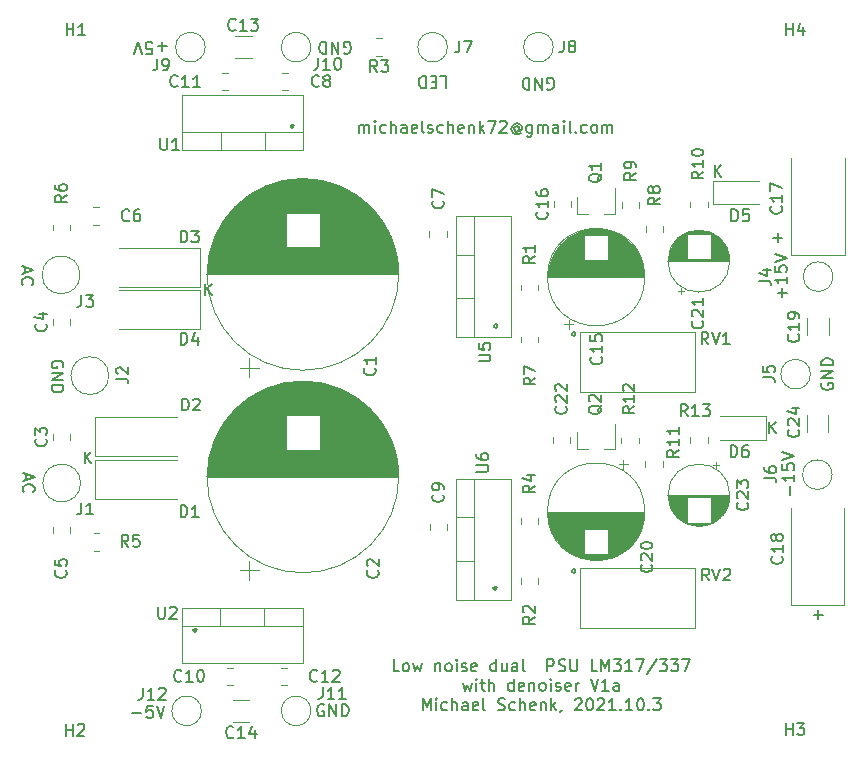
<source format=gbr>
G04 #@! TF.GenerationSoftware,KiCad,Pcbnew,(5.1.10-0-10_14)*
G04 #@! TF.CreationDate,2021-10-03T15:14:27+02:00*
G04 #@! TF.ProjectId,lv-lownoise-psu,6c762d6c-6f77-46e6-9f69-73652d707375,rev?*
G04 #@! TF.SameCoordinates,Original*
G04 #@! TF.FileFunction,Legend,Top*
G04 #@! TF.FilePolarity,Positive*
%FSLAX46Y46*%
G04 Gerber Fmt 4.6, Leading zero omitted, Abs format (unit mm)*
G04 Created by KiCad (PCBNEW (5.1.10-0-10_14)) date 2021-10-03 15:14:27*
%MOMM*%
%LPD*%
G01*
G04 APERTURE LIST*
%ADD10C,0.150000*%
%ADD11C,0.120000*%
G04 APERTURE END LIST*
D10*
X127317500Y-74572880D02*
X127222261Y-74620500D01*
X127174642Y-74715738D01*
X127222261Y-74810976D01*
X127317500Y-74858595D01*
X127412738Y-74810976D01*
X127460357Y-74715738D01*
X127412738Y-74620500D01*
X127317500Y-74572880D01*
X127317500Y-54506880D02*
X127222261Y-54554500D01*
X127174642Y-54649738D01*
X127222261Y-54744976D01*
X127317500Y-54792595D01*
X127412738Y-54744976D01*
X127460357Y-54649738D01*
X127412738Y-54554500D01*
X127317500Y-54506880D01*
X139247595Y-41346380D02*
X139247595Y-40346380D01*
X139819023Y-41346380D02*
X139390452Y-40774952D01*
X139819023Y-40346380D02*
X139247595Y-40917809D01*
X143883095Y-63063380D02*
X143883095Y-62063380D01*
X144454523Y-63063380D02*
X144025952Y-62491952D01*
X144454523Y-62063380D02*
X143883095Y-62634809D01*
X95250000Y-79589380D02*
X95154761Y-79637000D01*
X95107142Y-79732238D01*
X95154761Y-79827476D01*
X95250000Y-79875095D01*
X95345238Y-79827476D01*
X95392857Y-79732238D01*
X95345238Y-79637000D01*
X95250000Y-79589380D01*
X103505000Y-36917380D02*
X103409761Y-36965000D01*
X103362142Y-37060238D01*
X103409761Y-37155476D01*
X103505000Y-37203095D01*
X103600238Y-37155476D01*
X103647857Y-37060238D01*
X103600238Y-36965000D01*
X103505000Y-36917380D01*
X120650000Y-76033380D02*
X120554761Y-76081000D01*
X120507142Y-76176238D01*
X120554761Y-76271476D01*
X120650000Y-76319095D01*
X120745238Y-76271476D01*
X120792857Y-76176238D01*
X120745238Y-76081000D01*
X120650000Y-76033380D01*
X120713500Y-53808380D02*
X120618261Y-53856000D01*
X120570642Y-53951238D01*
X120618261Y-54046476D01*
X120713500Y-54094095D01*
X120808738Y-54046476D01*
X120856357Y-53951238D01*
X120808738Y-53856000D01*
X120713500Y-53808380D01*
X147637547Y-78430428D02*
X148399452Y-78430428D01*
X148018500Y-78811380D02*
X148018500Y-78049476D01*
X144208547Y-46489928D02*
X144970452Y-46489928D01*
X144589500Y-46870880D02*
X144589500Y-46108976D01*
X85907595Y-65603380D02*
X85907595Y-64603380D01*
X86479023Y-65603380D02*
X86050452Y-65031952D01*
X86479023Y-64603380D02*
X85907595Y-65174809D01*
X96131095Y-51379380D02*
X96131095Y-50379380D01*
X96702523Y-51379380D02*
X96273952Y-50807952D01*
X96702523Y-50379380D02*
X96131095Y-50950809D01*
X112563190Y-83193880D02*
X112087000Y-83193880D01*
X112087000Y-82193880D01*
X113039380Y-83193880D02*
X112944142Y-83146261D01*
X112896523Y-83098642D01*
X112848904Y-83003404D01*
X112848904Y-82717690D01*
X112896523Y-82622452D01*
X112944142Y-82574833D01*
X113039380Y-82527214D01*
X113182238Y-82527214D01*
X113277476Y-82574833D01*
X113325095Y-82622452D01*
X113372714Y-82717690D01*
X113372714Y-83003404D01*
X113325095Y-83098642D01*
X113277476Y-83146261D01*
X113182238Y-83193880D01*
X113039380Y-83193880D01*
X113706047Y-82527214D02*
X113896523Y-83193880D01*
X114087000Y-82717690D01*
X114277476Y-83193880D01*
X114467952Y-82527214D01*
X115610809Y-82527214D02*
X115610809Y-83193880D01*
X115610809Y-82622452D02*
X115658428Y-82574833D01*
X115753666Y-82527214D01*
X115896523Y-82527214D01*
X115991761Y-82574833D01*
X116039380Y-82670071D01*
X116039380Y-83193880D01*
X116658428Y-83193880D02*
X116563190Y-83146261D01*
X116515571Y-83098642D01*
X116467952Y-83003404D01*
X116467952Y-82717690D01*
X116515571Y-82622452D01*
X116563190Y-82574833D01*
X116658428Y-82527214D01*
X116801285Y-82527214D01*
X116896523Y-82574833D01*
X116944142Y-82622452D01*
X116991761Y-82717690D01*
X116991761Y-83003404D01*
X116944142Y-83098642D01*
X116896523Y-83146261D01*
X116801285Y-83193880D01*
X116658428Y-83193880D01*
X117420333Y-83193880D02*
X117420333Y-82527214D01*
X117420333Y-82193880D02*
X117372714Y-82241500D01*
X117420333Y-82289119D01*
X117467952Y-82241500D01*
X117420333Y-82193880D01*
X117420333Y-82289119D01*
X117848904Y-83146261D02*
X117944142Y-83193880D01*
X118134619Y-83193880D01*
X118229857Y-83146261D01*
X118277476Y-83051023D01*
X118277476Y-83003404D01*
X118229857Y-82908166D01*
X118134619Y-82860547D01*
X117991761Y-82860547D01*
X117896523Y-82812928D01*
X117848904Y-82717690D01*
X117848904Y-82670071D01*
X117896523Y-82574833D01*
X117991761Y-82527214D01*
X118134619Y-82527214D01*
X118229857Y-82574833D01*
X119087000Y-83146261D02*
X118991761Y-83193880D01*
X118801285Y-83193880D01*
X118706047Y-83146261D01*
X118658428Y-83051023D01*
X118658428Y-82670071D01*
X118706047Y-82574833D01*
X118801285Y-82527214D01*
X118991761Y-82527214D01*
X119087000Y-82574833D01*
X119134619Y-82670071D01*
X119134619Y-82765309D01*
X118658428Y-82860547D01*
X120753666Y-83193880D02*
X120753666Y-82193880D01*
X120753666Y-83146261D02*
X120658428Y-83193880D01*
X120467952Y-83193880D01*
X120372714Y-83146261D01*
X120325095Y-83098642D01*
X120277476Y-83003404D01*
X120277476Y-82717690D01*
X120325095Y-82622452D01*
X120372714Y-82574833D01*
X120467952Y-82527214D01*
X120658428Y-82527214D01*
X120753666Y-82574833D01*
X121658428Y-82527214D02*
X121658428Y-83193880D01*
X121229857Y-82527214D02*
X121229857Y-83051023D01*
X121277476Y-83146261D01*
X121372714Y-83193880D01*
X121515571Y-83193880D01*
X121610809Y-83146261D01*
X121658428Y-83098642D01*
X122563190Y-83193880D02*
X122563190Y-82670071D01*
X122515571Y-82574833D01*
X122420333Y-82527214D01*
X122229857Y-82527214D01*
X122134619Y-82574833D01*
X122563190Y-83146261D02*
X122467952Y-83193880D01*
X122229857Y-83193880D01*
X122134619Y-83146261D01*
X122087000Y-83051023D01*
X122087000Y-82955785D01*
X122134619Y-82860547D01*
X122229857Y-82812928D01*
X122467952Y-82812928D01*
X122563190Y-82765309D01*
X123182238Y-83193880D02*
X123087000Y-83146261D01*
X123039380Y-83051023D01*
X123039380Y-82193880D01*
X125087000Y-83193880D02*
X125087000Y-82193880D01*
X125467952Y-82193880D01*
X125563190Y-82241500D01*
X125610809Y-82289119D01*
X125658428Y-82384357D01*
X125658428Y-82527214D01*
X125610809Y-82622452D01*
X125563190Y-82670071D01*
X125467952Y-82717690D01*
X125087000Y-82717690D01*
X126039380Y-83146261D02*
X126182238Y-83193880D01*
X126420333Y-83193880D01*
X126515571Y-83146261D01*
X126563190Y-83098642D01*
X126610809Y-83003404D01*
X126610809Y-82908166D01*
X126563190Y-82812928D01*
X126515571Y-82765309D01*
X126420333Y-82717690D01*
X126229857Y-82670071D01*
X126134619Y-82622452D01*
X126087000Y-82574833D01*
X126039380Y-82479595D01*
X126039380Y-82384357D01*
X126087000Y-82289119D01*
X126134619Y-82241500D01*
X126229857Y-82193880D01*
X126467952Y-82193880D01*
X126610809Y-82241500D01*
X127039380Y-82193880D02*
X127039380Y-83003404D01*
X127087000Y-83098642D01*
X127134619Y-83146261D01*
X127229857Y-83193880D01*
X127420333Y-83193880D01*
X127515571Y-83146261D01*
X127563190Y-83098642D01*
X127610809Y-83003404D01*
X127610809Y-82193880D01*
X129325095Y-83193880D02*
X128848904Y-83193880D01*
X128848904Y-82193880D01*
X129658428Y-83193880D02*
X129658428Y-82193880D01*
X129991761Y-82908166D01*
X130325095Y-82193880D01*
X130325095Y-83193880D01*
X130706047Y-82193880D02*
X131325095Y-82193880D01*
X130991761Y-82574833D01*
X131134619Y-82574833D01*
X131229857Y-82622452D01*
X131277476Y-82670071D01*
X131325095Y-82765309D01*
X131325095Y-83003404D01*
X131277476Y-83098642D01*
X131229857Y-83146261D01*
X131134619Y-83193880D01*
X130848904Y-83193880D01*
X130753666Y-83146261D01*
X130706047Y-83098642D01*
X132277476Y-83193880D02*
X131706047Y-83193880D01*
X131991761Y-83193880D02*
X131991761Y-82193880D01*
X131896523Y-82336738D01*
X131801285Y-82431976D01*
X131706047Y-82479595D01*
X132610809Y-82193880D02*
X133277476Y-82193880D01*
X132848904Y-83193880D01*
X134372714Y-82146261D02*
X133515571Y-83431976D01*
X134610809Y-82193880D02*
X135229857Y-82193880D01*
X134896523Y-82574833D01*
X135039380Y-82574833D01*
X135134619Y-82622452D01*
X135182238Y-82670071D01*
X135229857Y-82765309D01*
X135229857Y-83003404D01*
X135182238Y-83098642D01*
X135134619Y-83146261D01*
X135039380Y-83193880D01*
X134753666Y-83193880D01*
X134658428Y-83146261D01*
X134610809Y-83098642D01*
X135563190Y-82193880D02*
X136182238Y-82193880D01*
X135848904Y-82574833D01*
X135991761Y-82574833D01*
X136087000Y-82622452D01*
X136134619Y-82670071D01*
X136182238Y-82765309D01*
X136182238Y-83003404D01*
X136134619Y-83098642D01*
X136087000Y-83146261D01*
X135991761Y-83193880D01*
X135706047Y-83193880D01*
X135610809Y-83146261D01*
X135563190Y-83098642D01*
X136515571Y-82193880D02*
X137182238Y-82193880D01*
X136753666Y-83193880D01*
X117944142Y-84177214D02*
X118134619Y-84843880D01*
X118325095Y-84367690D01*
X118515571Y-84843880D01*
X118706047Y-84177214D01*
X119087000Y-84843880D02*
X119087000Y-84177214D01*
X119087000Y-83843880D02*
X119039380Y-83891500D01*
X119087000Y-83939119D01*
X119134619Y-83891500D01*
X119087000Y-83843880D01*
X119087000Y-83939119D01*
X119420333Y-84177214D02*
X119801285Y-84177214D01*
X119563190Y-83843880D02*
X119563190Y-84701023D01*
X119610809Y-84796261D01*
X119706047Y-84843880D01*
X119801285Y-84843880D01*
X120134619Y-84843880D02*
X120134619Y-83843880D01*
X120563190Y-84843880D02*
X120563190Y-84320071D01*
X120515571Y-84224833D01*
X120420333Y-84177214D01*
X120277476Y-84177214D01*
X120182238Y-84224833D01*
X120134619Y-84272452D01*
X122229857Y-84843880D02*
X122229857Y-83843880D01*
X122229857Y-84796261D02*
X122134619Y-84843880D01*
X121944142Y-84843880D01*
X121848904Y-84796261D01*
X121801285Y-84748642D01*
X121753666Y-84653404D01*
X121753666Y-84367690D01*
X121801285Y-84272452D01*
X121848904Y-84224833D01*
X121944142Y-84177214D01*
X122134619Y-84177214D01*
X122229857Y-84224833D01*
X123087000Y-84796261D02*
X122991761Y-84843880D01*
X122801285Y-84843880D01*
X122706047Y-84796261D01*
X122658428Y-84701023D01*
X122658428Y-84320071D01*
X122706047Y-84224833D01*
X122801285Y-84177214D01*
X122991761Y-84177214D01*
X123087000Y-84224833D01*
X123134619Y-84320071D01*
X123134619Y-84415309D01*
X122658428Y-84510547D01*
X123563190Y-84177214D02*
X123563190Y-84843880D01*
X123563190Y-84272452D02*
X123610809Y-84224833D01*
X123706047Y-84177214D01*
X123848904Y-84177214D01*
X123944142Y-84224833D01*
X123991761Y-84320071D01*
X123991761Y-84843880D01*
X124610809Y-84843880D02*
X124515571Y-84796261D01*
X124467952Y-84748642D01*
X124420333Y-84653404D01*
X124420333Y-84367690D01*
X124467952Y-84272452D01*
X124515571Y-84224833D01*
X124610809Y-84177214D01*
X124753666Y-84177214D01*
X124848904Y-84224833D01*
X124896523Y-84272452D01*
X124944142Y-84367690D01*
X124944142Y-84653404D01*
X124896523Y-84748642D01*
X124848904Y-84796261D01*
X124753666Y-84843880D01*
X124610809Y-84843880D01*
X125372714Y-84843880D02*
X125372714Y-84177214D01*
X125372714Y-83843880D02*
X125325095Y-83891500D01*
X125372714Y-83939119D01*
X125420333Y-83891500D01*
X125372714Y-83843880D01*
X125372714Y-83939119D01*
X125801285Y-84796261D02*
X125896523Y-84843880D01*
X126087000Y-84843880D01*
X126182238Y-84796261D01*
X126229857Y-84701023D01*
X126229857Y-84653404D01*
X126182238Y-84558166D01*
X126087000Y-84510547D01*
X125944142Y-84510547D01*
X125848904Y-84462928D01*
X125801285Y-84367690D01*
X125801285Y-84320071D01*
X125848904Y-84224833D01*
X125944142Y-84177214D01*
X126087000Y-84177214D01*
X126182238Y-84224833D01*
X127039380Y-84796261D02*
X126944142Y-84843880D01*
X126753666Y-84843880D01*
X126658428Y-84796261D01*
X126610809Y-84701023D01*
X126610809Y-84320071D01*
X126658428Y-84224833D01*
X126753666Y-84177214D01*
X126944142Y-84177214D01*
X127039380Y-84224833D01*
X127087000Y-84320071D01*
X127087000Y-84415309D01*
X126610809Y-84510547D01*
X127515571Y-84843880D02*
X127515571Y-84177214D01*
X127515571Y-84367690D02*
X127563190Y-84272452D01*
X127610809Y-84224833D01*
X127706047Y-84177214D01*
X127801285Y-84177214D01*
X128753666Y-83843880D02*
X129087000Y-84843880D01*
X129420333Y-83843880D01*
X130277476Y-84843880D02*
X129706047Y-84843880D01*
X129991761Y-84843880D02*
X129991761Y-83843880D01*
X129896523Y-83986738D01*
X129801285Y-84081976D01*
X129706047Y-84129595D01*
X131134619Y-84843880D02*
X131134619Y-84320071D01*
X131087000Y-84224833D01*
X130991761Y-84177214D01*
X130801285Y-84177214D01*
X130706047Y-84224833D01*
X131134619Y-84796261D02*
X131039380Y-84843880D01*
X130801285Y-84843880D01*
X130706047Y-84796261D01*
X130658428Y-84701023D01*
X130658428Y-84605785D01*
X130706047Y-84510547D01*
X130801285Y-84462928D01*
X131039380Y-84462928D01*
X131134619Y-84415309D01*
X114539380Y-86493880D02*
X114539380Y-85493880D01*
X114872714Y-86208166D01*
X115206047Y-85493880D01*
X115206047Y-86493880D01*
X115682238Y-86493880D02*
X115682238Y-85827214D01*
X115682238Y-85493880D02*
X115634619Y-85541500D01*
X115682238Y-85589119D01*
X115729857Y-85541500D01*
X115682238Y-85493880D01*
X115682238Y-85589119D01*
X116587000Y-86446261D02*
X116491761Y-86493880D01*
X116301285Y-86493880D01*
X116206047Y-86446261D01*
X116158428Y-86398642D01*
X116110809Y-86303404D01*
X116110809Y-86017690D01*
X116158428Y-85922452D01*
X116206047Y-85874833D01*
X116301285Y-85827214D01*
X116491761Y-85827214D01*
X116587000Y-85874833D01*
X117015571Y-86493880D02*
X117015571Y-85493880D01*
X117444142Y-86493880D02*
X117444142Y-85970071D01*
X117396523Y-85874833D01*
X117301285Y-85827214D01*
X117158428Y-85827214D01*
X117063190Y-85874833D01*
X117015571Y-85922452D01*
X118348904Y-86493880D02*
X118348904Y-85970071D01*
X118301285Y-85874833D01*
X118206047Y-85827214D01*
X118015571Y-85827214D01*
X117920333Y-85874833D01*
X118348904Y-86446261D02*
X118253666Y-86493880D01*
X118015571Y-86493880D01*
X117920333Y-86446261D01*
X117872714Y-86351023D01*
X117872714Y-86255785D01*
X117920333Y-86160547D01*
X118015571Y-86112928D01*
X118253666Y-86112928D01*
X118348904Y-86065309D01*
X119206047Y-86446261D02*
X119110809Y-86493880D01*
X118920333Y-86493880D01*
X118825095Y-86446261D01*
X118777476Y-86351023D01*
X118777476Y-85970071D01*
X118825095Y-85874833D01*
X118920333Y-85827214D01*
X119110809Y-85827214D01*
X119206047Y-85874833D01*
X119253666Y-85970071D01*
X119253666Y-86065309D01*
X118777476Y-86160547D01*
X119825095Y-86493880D02*
X119729857Y-86446261D01*
X119682238Y-86351023D01*
X119682238Y-85493880D01*
X120920333Y-86446261D02*
X121063190Y-86493880D01*
X121301285Y-86493880D01*
X121396523Y-86446261D01*
X121444142Y-86398642D01*
X121491761Y-86303404D01*
X121491761Y-86208166D01*
X121444142Y-86112928D01*
X121396523Y-86065309D01*
X121301285Y-86017690D01*
X121110809Y-85970071D01*
X121015571Y-85922452D01*
X120967952Y-85874833D01*
X120920333Y-85779595D01*
X120920333Y-85684357D01*
X120967952Y-85589119D01*
X121015571Y-85541500D01*
X121110809Y-85493880D01*
X121348904Y-85493880D01*
X121491761Y-85541500D01*
X122348904Y-86446261D02*
X122253666Y-86493880D01*
X122063190Y-86493880D01*
X121967952Y-86446261D01*
X121920333Y-86398642D01*
X121872714Y-86303404D01*
X121872714Y-86017690D01*
X121920333Y-85922452D01*
X121967952Y-85874833D01*
X122063190Y-85827214D01*
X122253666Y-85827214D01*
X122348904Y-85874833D01*
X122777476Y-86493880D02*
X122777476Y-85493880D01*
X123206047Y-86493880D02*
X123206047Y-85970071D01*
X123158428Y-85874833D01*
X123063190Y-85827214D01*
X122920333Y-85827214D01*
X122825095Y-85874833D01*
X122777476Y-85922452D01*
X124063190Y-86446261D02*
X123967952Y-86493880D01*
X123777476Y-86493880D01*
X123682238Y-86446261D01*
X123634619Y-86351023D01*
X123634619Y-85970071D01*
X123682238Y-85874833D01*
X123777476Y-85827214D01*
X123967952Y-85827214D01*
X124063190Y-85874833D01*
X124110809Y-85970071D01*
X124110809Y-86065309D01*
X123634619Y-86160547D01*
X124539380Y-85827214D02*
X124539380Y-86493880D01*
X124539380Y-85922452D02*
X124587000Y-85874833D01*
X124682238Y-85827214D01*
X124825095Y-85827214D01*
X124920333Y-85874833D01*
X124967952Y-85970071D01*
X124967952Y-86493880D01*
X125444142Y-86493880D02*
X125444142Y-85493880D01*
X125539380Y-86112928D02*
X125825095Y-86493880D01*
X125825095Y-85827214D02*
X125444142Y-86208166D01*
X126301285Y-86446261D02*
X126301285Y-86493880D01*
X126253666Y-86589119D01*
X126206047Y-86636738D01*
X127444142Y-85589119D02*
X127491761Y-85541500D01*
X127587000Y-85493880D01*
X127825095Y-85493880D01*
X127920333Y-85541500D01*
X127967952Y-85589119D01*
X128015571Y-85684357D01*
X128015571Y-85779595D01*
X127967952Y-85922452D01*
X127396523Y-86493880D01*
X128015571Y-86493880D01*
X128634619Y-85493880D02*
X128729857Y-85493880D01*
X128825095Y-85541500D01*
X128872714Y-85589119D01*
X128920333Y-85684357D01*
X128967952Y-85874833D01*
X128967952Y-86112928D01*
X128920333Y-86303404D01*
X128872714Y-86398642D01*
X128825095Y-86446261D01*
X128729857Y-86493880D01*
X128634619Y-86493880D01*
X128539380Y-86446261D01*
X128491761Y-86398642D01*
X128444142Y-86303404D01*
X128396523Y-86112928D01*
X128396523Y-85874833D01*
X128444142Y-85684357D01*
X128491761Y-85589119D01*
X128539380Y-85541500D01*
X128634619Y-85493880D01*
X129348904Y-85589119D02*
X129396523Y-85541500D01*
X129491761Y-85493880D01*
X129729857Y-85493880D01*
X129825095Y-85541500D01*
X129872714Y-85589119D01*
X129920333Y-85684357D01*
X129920333Y-85779595D01*
X129872714Y-85922452D01*
X129301285Y-86493880D01*
X129920333Y-86493880D01*
X130872714Y-86493880D02*
X130301285Y-86493880D01*
X130587000Y-86493880D02*
X130587000Y-85493880D01*
X130491761Y-85636738D01*
X130396523Y-85731976D01*
X130301285Y-85779595D01*
X131301285Y-86398642D02*
X131348904Y-86446261D01*
X131301285Y-86493880D01*
X131253666Y-86446261D01*
X131301285Y-86398642D01*
X131301285Y-86493880D01*
X132301285Y-86493880D02*
X131729857Y-86493880D01*
X132015571Y-86493880D02*
X132015571Y-85493880D01*
X131920333Y-85636738D01*
X131825095Y-85731976D01*
X131729857Y-85779595D01*
X132920333Y-85493880D02*
X133015571Y-85493880D01*
X133110809Y-85541500D01*
X133158428Y-85589119D01*
X133206047Y-85684357D01*
X133253666Y-85874833D01*
X133253666Y-86112928D01*
X133206047Y-86303404D01*
X133158428Y-86398642D01*
X133110809Y-86446261D01*
X133015571Y-86493880D01*
X132920333Y-86493880D01*
X132825095Y-86446261D01*
X132777476Y-86398642D01*
X132729857Y-86303404D01*
X132682238Y-86112928D01*
X132682238Y-85874833D01*
X132729857Y-85684357D01*
X132777476Y-85589119D01*
X132825095Y-85541500D01*
X132920333Y-85493880D01*
X133682238Y-86398642D02*
X133729857Y-86446261D01*
X133682238Y-86493880D01*
X133634619Y-86446261D01*
X133682238Y-86398642D01*
X133682238Y-86493880D01*
X134063190Y-85493880D02*
X134682238Y-85493880D01*
X134348904Y-85874833D01*
X134491761Y-85874833D01*
X134587000Y-85922452D01*
X134634619Y-85970071D01*
X134682238Y-86065309D01*
X134682238Y-86303404D01*
X134634619Y-86398642D01*
X134587000Y-86446261D01*
X134491761Y-86493880D01*
X134206047Y-86493880D01*
X134110809Y-86446261D01*
X134063190Y-86398642D01*
X107886404Y-30853000D02*
X107981642Y-30900619D01*
X108124500Y-30900619D01*
X108267357Y-30853000D01*
X108362595Y-30757761D01*
X108410214Y-30662523D01*
X108457833Y-30472047D01*
X108457833Y-30329190D01*
X108410214Y-30138714D01*
X108362595Y-30043476D01*
X108267357Y-29948238D01*
X108124500Y-29900619D01*
X108029261Y-29900619D01*
X107886404Y-29948238D01*
X107838785Y-29995857D01*
X107838785Y-30329190D01*
X108029261Y-30329190D01*
X107410214Y-29900619D02*
X107410214Y-30900619D01*
X106838785Y-29900619D01*
X106838785Y-30900619D01*
X106362595Y-29900619D02*
X106362595Y-30900619D01*
X106124500Y-30900619D01*
X105981642Y-30853000D01*
X105886404Y-30757761D01*
X105838785Y-30662523D01*
X105791166Y-30472047D01*
X105791166Y-30329190D01*
X105838785Y-30138714D01*
X105886404Y-30043476D01*
X105981642Y-29948238D01*
X106124500Y-29900619D01*
X106362595Y-29900619D01*
X92852714Y-30281571D02*
X92090809Y-30281571D01*
X92471761Y-29900619D02*
X92471761Y-30662523D01*
X91138428Y-30900619D02*
X91614619Y-30900619D01*
X91662238Y-30424428D01*
X91614619Y-30472047D01*
X91519380Y-30519666D01*
X91281285Y-30519666D01*
X91186047Y-30472047D01*
X91138428Y-30424428D01*
X91090809Y-30329190D01*
X91090809Y-30091095D01*
X91138428Y-29995857D01*
X91186047Y-29948238D01*
X91281285Y-29900619D01*
X91519380Y-29900619D01*
X91614619Y-29948238D01*
X91662238Y-29995857D01*
X90805095Y-30900619D02*
X90471761Y-29900619D01*
X90138428Y-30900619D01*
X89963785Y-86748928D02*
X90725690Y-86748928D01*
X91678071Y-86129880D02*
X91201880Y-86129880D01*
X91154261Y-86606071D01*
X91201880Y-86558452D01*
X91297119Y-86510833D01*
X91535214Y-86510833D01*
X91630452Y-86558452D01*
X91678071Y-86606071D01*
X91725690Y-86701309D01*
X91725690Y-86939404D01*
X91678071Y-87034642D01*
X91630452Y-87082261D01*
X91535214Y-87129880D01*
X91297119Y-87129880D01*
X91201880Y-87082261D01*
X91154261Y-87034642D01*
X92011404Y-86129880D02*
X92344738Y-87129880D01*
X92678071Y-86129880D01*
X106172095Y-86050500D02*
X106076857Y-86002880D01*
X105934000Y-86002880D01*
X105791142Y-86050500D01*
X105695904Y-86145738D01*
X105648285Y-86240976D01*
X105600666Y-86431452D01*
X105600666Y-86574309D01*
X105648285Y-86764785D01*
X105695904Y-86860023D01*
X105791142Y-86955261D01*
X105934000Y-87002880D01*
X106029238Y-87002880D01*
X106172095Y-86955261D01*
X106219714Y-86907642D01*
X106219714Y-86574309D01*
X106029238Y-86574309D01*
X106648285Y-87002880D02*
X106648285Y-86002880D01*
X107219714Y-87002880D01*
X107219714Y-86002880D01*
X107695904Y-87002880D02*
X107695904Y-86002880D01*
X107934000Y-86002880D01*
X108076857Y-86050500D01*
X108172095Y-86145738D01*
X108219714Y-86240976D01*
X108267333Y-86431452D01*
X108267333Y-86574309D01*
X108219714Y-86764785D01*
X108172095Y-86860023D01*
X108076857Y-86955261D01*
X107934000Y-87002880D01*
X107695904Y-87002880D01*
X125094904Y-33901000D02*
X125190142Y-33948619D01*
X125333000Y-33948619D01*
X125475857Y-33901000D01*
X125571095Y-33805761D01*
X125618714Y-33710523D01*
X125666333Y-33520047D01*
X125666333Y-33377190D01*
X125618714Y-33186714D01*
X125571095Y-33091476D01*
X125475857Y-32996238D01*
X125333000Y-32948619D01*
X125237761Y-32948619D01*
X125094904Y-32996238D01*
X125047285Y-33043857D01*
X125047285Y-33377190D01*
X125237761Y-33377190D01*
X124618714Y-32948619D02*
X124618714Y-33948619D01*
X124047285Y-32948619D01*
X124047285Y-33948619D01*
X123571095Y-32948619D02*
X123571095Y-33948619D01*
X123333000Y-33948619D01*
X123190142Y-33901000D01*
X123094904Y-33805761D01*
X123047285Y-33710523D01*
X122999666Y-33520047D01*
X122999666Y-33377190D01*
X123047285Y-33186714D01*
X123094904Y-33091476D01*
X123190142Y-32996238D01*
X123333000Y-32948619D01*
X123571095Y-32948619D01*
X116022357Y-32821619D02*
X116498547Y-32821619D01*
X116498547Y-33821619D01*
X115689023Y-33345428D02*
X115355690Y-33345428D01*
X115212833Y-32821619D02*
X115689023Y-32821619D01*
X115689023Y-33821619D01*
X115212833Y-33821619D01*
X114784261Y-32821619D02*
X114784261Y-33821619D01*
X114546166Y-33821619D01*
X114403309Y-33774000D01*
X114308071Y-33678761D01*
X114260452Y-33583523D01*
X114212833Y-33393047D01*
X114212833Y-33250190D01*
X114260452Y-33059714D01*
X114308071Y-32964476D01*
X114403309Y-32869238D01*
X114546166Y-32821619D01*
X114784261Y-32821619D01*
X109173714Y-37599880D02*
X109173714Y-36933214D01*
X109173714Y-37028452D02*
X109221333Y-36980833D01*
X109316571Y-36933214D01*
X109459428Y-36933214D01*
X109554666Y-36980833D01*
X109602285Y-37076071D01*
X109602285Y-37599880D01*
X109602285Y-37076071D02*
X109649904Y-36980833D01*
X109745142Y-36933214D01*
X109888000Y-36933214D01*
X109983238Y-36980833D01*
X110030857Y-37076071D01*
X110030857Y-37599880D01*
X110507047Y-37599880D02*
X110507047Y-36933214D01*
X110507047Y-36599880D02*
X110459428Y-36647500D01*
X110507047Y-36695119D01*
X110554666Y-36647500D01*
X110507047Y-36599880D01*
X110507047Y-36695119D01*
X111411809Y-37552261D02*
X111316571Y-37599880D01*
X111126095Y-37599880D01*
X111030857Y-37552261D01*
X110983238Y-37504642D01*
X110935619Y-37409404D01*
X110935619Y-37123690D01*
X110983238Y-37028452D01*
X111030857Y-36980833D01*
X111126095Y-36933214D01*
X111316571Y-36933214D01*
X111411809Y-36980833D01*
X111840380Y-37599880D02*
X111840380Y-36599880D01*
X112268952Y-37599880D02*
X112268952Y-37076071D01*
X112221333Y-36980833D01*
X112126095Y-36933214D01*
X111983238Y-36933214D01*
X111888000Y-36980833D01*
X111840380Y-37028452D01*
X113173714Y-37599880D02*
X113173714Y-37076071D01*
X113126095Y-36980833D01*
X113030857Y-36933214D01*
X112840380Y-36933214D01*
X112745142Y-36980833D01*
X113173714Y-37552261D02*
X113078476Y-37599880D01*
X112840380Y-37599880D01*
X112745142Y-37552261D01*
X112697523Y-37457023D01*
X112697523Y-37361785D01*
X112745142Y-37266547D01*
X112840380Y-37218928D01*
X113078476Y-37218928D01*
X113173714Y-37171309D01*
X114030857Y-37552261D02*
X113935619Y-37599880D01*
X113745142Y-37599880D01*
X113649904Y-37552261D01*
X113602285Y-37457023D01*
X113602285Y-37076071D01*
X113649904Y-36980833D01*
X113745142Y-36933214D01*
X113935619Y-36933214D01*
X114030857Y-36980833D01*
X114078476Y-37076071D01*
X114078476Y-37171309D01*
X113602285Y-37266547D01*
X114649904Y-37599880D02*
X114554666Y-37552261D01*
X114507047Y-37457023D01*
X114507047Y-36599880D01*
X114983238Y-37552261D02*
X115078476Y-37599880D01*
X115268952Y-37599880D01*
X115364190Y-37552261D01*
X115411809Y-37457023D01*
X115411809Y-37409404D01*
X115364190Y-37314166D01*
X115268952Y-37266547D01*
X115126095Y-37266547D01*
X115030857Y-37218928D01*
X114983238Y-37123690D01*
X114983238Y-37076071D01*
X115030857Y-36980833D01*
X115126095Y-36933214D01*
X115268952Y-36933214D01*
X115364190Y-36980833D01*
X116268952Y-37552261D02*
X116173714Y-37599880D01*
X115983238Y-37599880D01*
X115888000Y-37552261D01*
X115840380Y-37504642D01*
X115792761Y-37409404D01*
X115792761Y-37123690D01*
X115840380Y-37028452D01*
X115888000Y-36980833D01*
X115983238Y-36933214D01*
X116173714Y-36933214D01*
X116268952Y-36980833D01*
X116697523Y-37599880D02*
X116697523Y-36599880D01*
X117126095Y-37599880D02*
X117126095Y-37076071D01*
X117078476Y-36980833D01*
X116983238Y-36933214D01*
X116840380Y-36933214D01*
X116745142Y-36980833D01*
X116697523Y-37028452D01*
X117983238Y-37552261D02*
X117888000Y-37599880D01*
X117697523Y-37599880D01*
X117602285Y-37552261D01*
X117554666Y-37457023D01*
X117554666Y-37076071D01*
X117602285Y-36980833D01*
X117697523Y-36933214D01*
X117888000Y-36933214D01*
X117983238Y-36980833D01*
X118030857Y-37076071D01*
X118030857Y-37171309D01*
X117554666Y-37266547D01*
X118459428Y-36933214D02*
X118459428Y-37599880D01*
X118459428Y-37028452D02*
X118507047Y-36980833D01*
X118602285Y-36933214D01*
X118745142Y-36933214D01*
X118840380Y-36980833D01*
X118888000Y-37076071D01*
X118888000Y-37599880D01*
X119364190Y-37599880D02*
X119364190Y-36599880D01*
X119459428Y-37218928D02*
X119745142Y-37599880D01*
X119745142Y-36933214D02*
X119364190Y-37314166D01*
X120078476Y-36599880D02*
X120745142Y-36599880D01*
X120316571Y-37599880D01*
X121078476Y-36695119D02*
X121126095Y-36647500D01*
X121221333Y-36599880D01*
X121459428Y-36599880D01*
X121554666Y-36647500D01*
X121602285Y-36695119D01*
X121649904Y-36790357D01*
X121649904Y-36885595D01*
X121602285Y-37028452D01*
X121030857Y-37599880D01*
X121649904Y-37599880D01*
X122697523Y-37123690D02*
X122649904Y-37076071D01*
X122554666Y-37028452D01*
X122459428Y-37028452D01*
X122364190Y-37076071D01*
X122316571Y-37123690D01*
X122268952Y-37218928D01*
X122268952Y-37314166D01*
X122316571Y-37409404D01*
X122364190Y-37457023D01*
X122459428Y-37504642D01*
X122554666Y-37504642D01*
X122649904Y-37457023D01*
X122697523Y-37409404D01*
X122697523Y-37028452D02*
X122697523Y-37409404D01*
X122745142Y-37457023D01*
X122792761Y-37457023D01*
X122888000Y-37409404D01*
X122935619Y-37314166D01*
X122935619Y-37076071D01*
X122840380Y-36933214D01*
X122697523Y-36837976D01*
X122507047Y-36790357D01*
X122316571Y-36837976D01*
X122173714Y-36933214D01*
X122078476Y-37076071D01*
X122030857Y-37266547D01*
X122078476Y-37457023D01*
X122173714Y-37599880D01*
X122316571Y-37695119D01*
X122507047Y-37742738D01*
X122697523Y-37695119D01*
X122840380Y-37599880D01*
X123792761Y-36933214D02*
X123792761Y-37742738D01*
X123745142Y-37837976D01*
X123697523Y-37885595D01*
X123602285Y-37933214D01*
X123459428Y-37933214D01*
X123364190Y-37885595D01*
X123792761Y-37552261D02*
X123697523Y-37599880D01*
X123507047Y-37599880D01*
X123411809Y-37552261D01*
X123364190Y-37504642D01*
X123316571Y-37409404D01*
X123316571Y-37123690D01*
X123364190Y-37028452D01*
X123411809Y-36980833D01*
X123507047Y-36933214D01*
X123697523Y-36933214D01*
X123792761Y-36980833D01*
X124268952Y-37599880D02*
X124268952Y-36933214D01*
X124268952Y-37028452D02*
X124316571Y-36980833D01*
X124411809Y-36933214D01*
X124554666Y-36933214D01*
X124649904Y-36980833D01*
X124697523Y-37076071D01*
X124697523Y-37599880D01*
X124697523Y-37076071D02*
X124745142Y-36980833D01*
X124840380Y-36933214D01*
X124983238Y-36933214D01*
X125078476Y-36980833D01*
X125126095Y-37076071D01*
X125126095Y-37599880D01*
X126030857Y-37599880D02*
X126030857Y-37076071D01*
X125983238Y-36980833D01*
X125888000Y-36933214D01*
X125697523Y-36933214D01*
X125602285Y-36980833D01*
X126030857Y-37552261D02*
X125935619Y-37599880D01*
X125697523Y-37599880D01*
X125602285Y-37552261D01*
X125554666Y-37457023D01*
X125554666Y-37361785D01*
X125602285Y-37266547D01*
X125697523Y-37218928D01*
X125935619Y-37218928D01*
X126030857Y-37171309D01*
X126507047Y-37599880D02*
X126507047Y-36933214D01*
X126507047Y-36599880D02*
X126459428Y-36647500D01*
X126507047Y-36695119D01*
X126554666Y-36647500D01*
X126507047Y-36599880D01*
X126507047Y-36695119D01*
X127126095Y-37599880D02*
X127030857Y-37552261D01*
X126983238Y-37457023D01*
X126983238Y-36599880D01*
X127507047Y-37504642D02*
X127554666Y-37552261D01*
X127507047Y-37599880D01*
X127459428Y-37552261D01*
X127507047Y-37504642D01*
X127507047Y-37599880D01*
X128411809Y-37552261D02*
X128316571Y-37599880D01*
X128126095Y-37599880D01*
X128030857Y-37552261D01*
X127983238Y-37504642D01*
X127935619Y-37409404D01*
X127935619Y-37123690D01*
X127983238Y-37028452D01*
X128030857Y-36980833D01*
X128126095Y-36933214D01*
X128316571Y-36933214D01*
X128411809Y-36980833D01*
X128983238Y-37599880D02*
X128888000Y-37552261D01*
X128840380Y-37504642D01*
X128792761Y-37409404D01*
X128792761Y-37123690D01*
X128840380Y-37028452D01*
X128888000Y-36980833D01*
X128983238Y-36933214D01*
X129126095Y-36933214D01*
X129221333Y-36980833D01*
X129268952Y-37028452D01*
X129316571Y-37123690D01*
X129316571Y-37409404D01*
X129268952Y-37504642D01*
X129221333Y-37552261D01*
X129126095Y-37599880D01*
X128983238Y-37599880D01*
X129745142Y-37599880D02*
X129745142Y-36933214D01*
X129745142Y-37028452D02*
X129792761Y-36980833D01*
X129888000Y-36933214D01*
X130030857Y-36933214D01*
X130126095Y-36980833D01*
X130173714Y-37076071D01*
X130173714Y-37599880D01*
X130173714Y-37076071D02*
X130221333Y-36980833D01*
X130316571Y-36933214D01*
X130459428Y-36933214D01*
X130554666Y-36980833D01*
X130602285Y-37076071D01*
X130602285Y-37599880D01*
X84066000Y-57467595D02*
X84113619Y-57372357D01*
X84113619Y-57229500D01*
X84066000Y-57086642D01*
X83970761Y-56991404D01*
X83875523Y-56943785D01*
X83685047Y-56896166D01*
X83542190Y-56896166D01*
X83351714Y-56943785D01*
X83256476Y-56991404D01*
X83161238Y-57086642D01*
X83113619Y-57229500D01*
X83113619Y-57324738D01*
X83161238Y-57467595D01*
X83208857Y-57515214D01*
X83542190Y-57515214D01*
X83542190Y-57324738D01*
X83113619Y-57943785D02*
X84113619Y-57943785D01*
X83113619Y-58515214D01*
X84113619Y-58515214D01*
X83113619Y-58991404D02*
X84113619Y-58991404D01*
X84113619Y-59229500D01*
X84066000Y-59372357D01*
X83970761Y-59467595D01*
X83875523Y-59515214D01*
X83685047Y-59562833D01*
X83542190Y-59562833D01*
X83351714Y-59515214D01*
X83256476Y-59467595D01*
X83161238Y-59372357D01*
X83113619Y-59229500D01*
X83113619Y-58991404D01*
X80960933Y-66521104D02*
X80960933Y-66997295D01*
X80675219Y-66425866D02*
X81675219Y-66759200D01*
X80675219Y-67092533D01*
X80770457Y-67997295D02*
X80722838Y-67949676D01*
X80675219Y-67806819D01*
X80675219Y-67711580D01*
X80722838Y-67568723D01*
X80818076Y-67473485D01*
X80913314Y-67425866D01*
X81103790Y-67378247D01*
X81246647Y-67378247D01*
X81437123Y-67425866D01*
X81532361Y-67473485D01*
X81627600Y-67568723D01*
X81675219Y-67711580D01*
X81675219Y-67806819D01*
X81627600Y-67949676D01*
X81579980Y-67997295D01*
X80859333Y-48995104D02*
X80859333Y-49471295D01*
X80573619Y-48899866D02*
X81573619Y-49233200D01*
X80573619Y-49566533D01*
X80668857Y-50471295D02*
X80621238Y-50423676D01*
X80573619Y-50280819D01*
X80573619Y-50185580D01*
X80621238Y-50042723D01*
X80716476Y-49947485D01*
X80811714Y-49899866D01*
X81002190Y-49852247D01*
X81145047Y-49852247D01*
X81335523Y-49899866D01*
X81430761Y-49947485D01*
X81526000Y-50042723D01*
X81573619Y-50185580D01*
X81573619Y-50280819D01*
X81526000Y-50423676D01*
X81478380Y-50471295D01*
X145613428Y-68309904D02*
X145613428Y-67548000D01*
X145994380Y-66548000D02*
X145994380Y-67119428D01*
X145994380Y-66833714D02*
X144994380Y-66833714D01*
X145137238Y-66928952D01*
X145232476Y-67024190D01*
X145280095Y-67119428D01*
X144994380Y-65643238D02*
X144994380Y-66119428D01*
X145470571Y-66167047D01*
X145422952Y-66119428D01*
X145375333Y-66024190D01*
X145375333Y-65786095D01*
X145422952Y-65690857D01*
X145470571Y-65643238D01*
X145565809Y-65595619D01*
X145803904Y-65595619D01*
X145899142Y-65643238D01*
X145946761Y-65690857D01*
X145994380Y-65786095D01*
X145994380Y-66024190D01*
X145946761Y-66119428D01*
X145899142Y-66167047D01*
X144994380Y-65309904D02*
X145994380Y-64976571D01*
X144994380Y-64643238D01*
X148344000Y-58800904D02*
X148296380Y-58896142D01*
X148296380Y-59039000D01*
X148344000Y-59181857D01*
X148439238Y-59277095D01*
X148534476Y-59324714D01*
X148724952Y-59372333D01*
X148867809Y-59372333D01*
X149058285Y-59324714D01*
X149153523Y-59277095D01*
X149248761Y-59181857D01*
X149296380Y-59039000D01*
X149296380Y-58943761D01*
X149248761Y-58800904D01*
X149201142Y-58753285D01*
X148867809Y-58753285D01*
X148867809Y-58943761D01*
X149296380Y-58324714D02*
X148296380Y-58324714D01*
X149296380Y-57753285D01*
X148296380Y-57753285D01*
X149296380Y-57277095D02*
X148296380Y-57277095D01*
X148296380Y-57039000D01*
X148344000Y-56896142D01*
X148439238Y-56800904D01*
X148534476Y-56753285D01*
X148724952Y-56705666D01*
X148867809Y-56705666D01*
X149058285Y-56753285D01*
X149153523Y-56800904D01*
X149248761Y-56896142D01*
X149296380Y-57039000D01*
X149296380Y-57277095D01*
X144978428Y-51545904D02*
X144978428Y-50784000D01*
X145359380Y-51164952D02*
X144597476Y-51164952D01*
X145359380Y-49784000D02*
X145359380Y-50355428D01*
X145359380Y-50069714D02*
X144359380Y-50069714D01*
X144502238Y-50164952D01*
X144597476Y-50260190D01*
X144645095Y-50355428D01*
X144359380Y-48879238D02*
X144359380Y-49355428D01*
X144835571Y-49403047D01*
X144787952Y-49355428D01*
X144740333Y-49260190D01*
X144740333Y-49022095D01*
X144787952Y-48926857D01*
X144835571Y-48879238D01*
X144930809Y-48831619D01*
X145168904Y-48831619D01*
X145264142Y-48879238D01*
X145311761Y-48926857D01*
X145359380Y-49022095D01*
X145359380Y-49260190D01*
X145311761Y-49355428D01*
X145264142Y-49403047D01*
X144359380Y-48545904D02*
X145359380Y-48212571D01*
X144359380Y-47879238D01*
D11*
X127830000Y-79555500D02*
X127830000Y-74485500D01*
X137600000Y-79555500D02*
X137600000Y-74485500D01*
X137600000Y-74485500D02*
X127830000Y-74485500D01*
X137600000Y-79555500D02*
X127830000Y-79555500D01*
X127830000Y-59553000D02*
X127830000Y-54483000D01*
X137600000Y-59553000D02*
X137600000Y-54483000D01*
X137600000Y-54483000D02*
X127830000Y-54483000D01*
X137600000Y-59553000D02*
X127830000Y-59553000D01*
X149269500Y-49784000D02*
G75*
G03*
X149269500Y-49784000I-1251000J0D01*
G01*
X140542000Y-68282500D02*
G75*
G03*
X140542000Y-68282500I-2620000J0D01*
G01*
X140502000Y-68282500D02*
X135342000Y-68282500D01*
X140502000Y-68322500D02*
X135342000Y-68322500D01*
X140501000Y-68362500D02*
X135343000Y-68362500D01*
X140500000Y-68402500D02*
X135344000Y-68402500D01*
X140498000Y-68442500D02*
X135346000Y-68442500D01*
X140495000Y-68482500D02*
X135349000Y-68482500D01*
X140491000Y-68522500D02*
X138962000Y-68522500D01*
X136882000Y-68522500D02*
X135353000Y-68522500D01*
X140487000Y-68562500D02*
X138962000Y-68562500D01*
X136882000Y-68562500D02*
X135357000Y-68562500D01*
X140483000Y-68602500D02*
X138962000Y-68602500D01*
X136882000Y-68602500D02*
X135361000Y-68602500D01*
X140478000Y-68642500D02*
X138962000Y-68642500D01*
X136882000Y-68642500D02*
X135366000Y-68642500D01*
X140472000Y-68682500D02*
X138962000Y-68682500D01*
X136882000Y-68682500D02*
X135372000Y-68682500D01*
X140465000Y-68722500D02*
X138962000Y-68722500D01*
X136882000Y-68722500D02*
X135379000Y-68722500D01*
X140458000Y-68762500D02*
X138962000Y-68762500D01*
X136882000Y-68762500D02*
X135386000Y-68762500D01*
X140450000Y-68802500D02*
X138962000Y-68802500D01*
X136882000Y-68802500D02*
X135394000Y-68802500D01*
X140442000Y-68842500D02*
X138962000Y-68842500D01*
X136882000Y-68842500D02*
X135402000Y-68842500D01*
X140433000Y-68882500D02*
X138962000Y-68882500D01*
X136882000Y-68882500D02*
X135411000Y-68882500D01*
X140423000Y-68922500D02*
X138962000Y-68922500D01*
X136882000Y-68922500D02*
X135421000Y-68922500D01*
X140413000Y-68962500D02*
X138962000Y-68962500D01*
X136882000Y-68962500D02*
X135431000Y-68962500D01*
X140402000Y-69003500D02*
X138962000Y-69003500D01*
X136882000Y-69003500D02*
X135442000Y-69003500D01*
X140390000Y-69043500D02*
X138962000Y-69043500D01*
X136882000Y-69043500D02*
X135454000Y-69043500D01*
X140377000Y-69083500D02*
X138962000Y-69083500D01*
X136882000Y-69083500D02*
X135467000Y-69083500D01*
X140364000Y-69123500D02*
X138962000Y-69123500D01*
X136882000Y-69123500D02*
X135480000Y-69123500D01*
X140350000Y-69163500D02*
X138962000Y-69163500D01*
X136882000Y-69163500D02*
X135494000Y-69163500D01*
X140336000Y-69203500D02*
X138962000Y-69203500D01*
X136882000Y-69203500D02*
X135508000Y-69203500D01*
X140320000Y-69243500D02*
X138962000Y-69243500D01*
X136882000Y-69243500D02*
X135524000Y-69243500D01*
X140304000Y-69283500D02*
X138962000Y-69283500D01*
X136882000Y-69283500D02*
X135540000Y-69283500D01*
X140287000Y-69323500D02*
X138962000Y-69323500D01*
X136882000Y-69323500D02*
X135557000Y-69323500D01*
X140270000Y-69363500D02*
X138962000Y-69363500D01*
X136882000Y-69363500D02*
X135574000Y-69363500D01*
X140251000Y-69403500D02*
X138962000Y-69403500D01*
X136882000Y-69403500D02*
X135593000Y-69403500D01*
X140232000Y-69443500D02*
X138962000Y-69443500D01*
X136882000Y-69443500D02*
X135612000Y-69443500D01*
X140212000Y-69483500D02*
X138962000Y-69483500D01*
X136882000Y-69483500D02*
X135632000Y-69483500D01*
X140190000Y-69523500D02*
X138962000Y-69523500D01*
X136882000Y-69523500D02*
X135654000Y-69523500D01*
X140169000Y-69563500D02*
X138962000Y-69563500D01*
X136882000Y-69563500D02*
X135675000Y-69563500D01*
X140146000Y-69603500D02*
X138962000Y-69603500D01*
X136882000Y-69603500D02*
X135698000Y-69603500D01*
X140122000Y-69643500D02*
X138962000Y-69643500D01*
X136882000Y-69643500D02*
X135722000Y-69643500D01*
X140097000Y-69683500D02*
X138962000Y-69683500D01*
X136882000Y-69683500D02*
X135747000Y-69683500D01*
X140071000Y-69723500D02*
X138962000Y-69723500D01*
X136882000Y-69723500D02*
X135773000Y-69723500D01*
X140044000Y-69763500D02*
X138962000Y-69763500D01*
X136882000Y-69763500D02*
X135800000Y-69763500D01*
X140017000Y-69803500D02*
X138962000Y-69803500D01*
X136882000Y-69803500D02*
X135827000Y-69803500D01*
X139987000Y-69843500D02*
X138962000Y-69843500D01*
X136882000Y-69843500D02*
X135857000Y-69843500D01*
X139957000Y-69883500D02*
X138962000Y-69883500D01*
X136882000Y-69883500D02*
X135887000Y-69883500D01*
X139926000Y-69923500D02*
X138962000Y-69923500D01*
X136882000Y-69923500D02*
X135918000Y-69923500D01*
X139893000Y-69963500D02*
X138962000Y-69963500D01*
X136882000Y-69963500D02*
X135951000Y-69963500D01*
X139859000Y-70003500D02*
X138962000Y-70003500D01*
X136882000Y-70003500D02*
X135985000Y-70003500D01*
X139823000Y-70043500D02*
X138962000Y-70043500D01*
X136882000Y-70043500D02*
X136021000Y-70043500D01*
X139786000Y-70083500D02*
X138962000Y-70083500D01*
X136882000Y-70083500D02*
X136058000Y-70083500D01*
X139748000Y-70123500D02*
X138962000Y-70123500D01*
X136882000Y-70123500D02*
X136096000Y-70123500D01*
X139707000Y-70163500D02*
X138962000Y-70163500D01*
X136882000Y-70163500D02*
X136137000Y-70163500D01*
X139665000Y-70203500D02*
X138962000Y-70203500D01*
X136882000Y-70203500D02*
X136179000Y-70203500D01*
X139621000Y-70243500D02*
X138962000Y-70243500D01*
X136882000Y-70243500D02*
X136223000Y-70243500D01*
X139575000Y-70283500D02*
X138962000Y-70283500D01*
X136882000Y-70283500D02*
X136269000Y-70283500D01*
X139527000Y-70323500D02*
X138962000Y-70323500D01*
X136882000Y-70323500D02*
X136317000Y-70323500D01*
X139476000Y-70363500D02*
X138962000Y-70363500D01*
X136882000Y-70363500D02*
X136368000Y-70363500D01*
X139422000Y-70403500D02*
X138962000Y-70403500D01*
X136882000Y-70403500D02*
X136422000Y-70403500D01*
X139365000Y-70443500D02*
X138962000Y-70443500D01*
X136882000Y-70443500D02*
X136479000Y-70443500D01*
X139305000Y-70483500D02*
X138962000Y-70483500D01*
X136882000Y-70483500D02*
X136539000Y-70483500D01*
X139241000Y-70523500D02*
X138962000Y-70523500D01*
X136882000Y-70523500D02*
X136603000Y-70523500D01*
X139173000Y-70563500D02*
X138962000Y-70563500D01*
X136882000Y-70563500D02*
X136671000Y-70563500D01*
X139100000Y-70603500D02*
X136744000Y-70603500D01*
X139020000Y-70643500D02*
X136824000Y-70643500D01*
X138933000Y-70683500D02*
X136911000Y-70683500D01*
X138837000Y-70723500D02*
X137007000Y-70723500D01*
X138727000Y-70763500D02*
X137117000Y-70763500D01*
X138599000Y-70803500D02*
X137245000Y-70803500D01*
X138440000Y-70843500D02*
X137404000Y-70843500D01*
X138206000Y-70883500D02*
X137638000Y-70883500D01*
X139397000Y-65477725D02*
X139397000Y-65977725D01*
X139647000Y-65727725D02*
X139147000Y-65727725D01*
X140542000Y-48470500D02*
G75*
G03*
X140542000Y-48470500I-2620000J0D01*
G01*
X135342000Y-48470500D02*
X140502000Y-48470500D01*
X135342000Y-48430500D02*
X140502000Y-48430500D01*
X135343000Y-48390500D02*
X140501000Y-48390500D01*
X135344000Y-48350500D02*
X140500000Y-48350500D01*
X135346000Y-48310500D02*
X140498000Y-48310500D01*
X135349000Y-48270500D02*
X140495000Y-48270500D01*
X135353000Y-48230500D02*
X136882000Y-48230500D01*
X138962000Y-48230500D02*
X140491000Y-48230500D01*
X135357000Y-48190500D02*
X136882000Y-48190500D01*
X138962000Y-48190500D02*
X140487000Y-48190500D01*
X135361000Y-48150500D02*
X136882000Y-48150500D01*
X138962000Y-48150500D02*
X140483000Y-48150500D01*
X135366000Y-48110500D02*
X136882000Y-48110500D01*
X138962000Y-48110500D02*
X140478000Y-48110500D01*
X135372000Y-48070500D02*
X136882000Y-48070500D01*
X138962000Y-48070500D02*
X140472000Y-48070500D01*
X135379000Y-48030500D02*
X136882000Y-48030500D01*
X138962000Y-48030500D02*
X140465000Y-48030500D01*
X135386000Y-47990500D02*
X136882000Y-47990500D01*
X138962000Y-47990500D02*
X140458000Y-47990500D01*
X135394000Y-47950500D02*
X136882000Y-47950500D01*
X138962000Y-47950500D02*
X140450000Y-47950500D01*
X135402000Y-47910500D02*
X136882000Y-47910500D01*
X138962000Y-47910500D02*
X140442000Y-47910500D01*
X135411000Y-47870500D02*
X136882000Y-47870500D01*
X138962000Y-47870500D02*
X140433000Y-47870500D01*
X135421000Y-47830500D02*
X136882000Y-47830500D01*
X138962000Y-47830500D02*
X140423000Y-47830500D01*
X135431000Y-47790500D02*
X136882000Y-47790500D01*
X138962000Y-47790500D02*
X140413000Y-47790500D01*
X135442000Y-47749500D02*
X136882000Y-47749500D01*
X138962000Y-47749500D02*
X140402000Y-47749500D01*
X135454000Y-47709500D02*
X136882000Y-47709500D01*
X138962000Y-47709500D02*
X140390000Y-47709500D01*
X135467000Y-47669500D02*
X136882000Y-47669500D01*
X138962000Y-47669500D02*
X140377000Y-47669500D01*
X135480000Y-47629500D02*
X136882000Y-47629500D01*
X138962000Y-47629500D02*
X140364000Y-47629500D01*
X135494000Y-47589500D02*
X136882000Y-47589500D01*
X138962000Y-47589500D02*
X140350000Y-47589500D01*
X135508000Y-47549500D02*
X136882000Y-47549500D01*
X138962000Y-47549500D02*
X140336000Y-47549500D01*
X135524000Y-47509500D02*
X136882000Y-47509500D01*
X138962000Y-47509500D02*
X140320000Y-47509500D01*
X135540000Y-47469500D02*
X136882000Y-47469500D01*
X138962000Y-47469500D02*
X140304000Y-47469500D01*
X135557000Y-47429500D02*
X136882000Y-47429500D01*
X138962000Y-47429500D02*
X140287000Y-47429500D01*
X135574000Y-47389500D02*
X136882000Y-47389500D01*
X138962000Y-47389500D02*
X140270000Y-47389500D01*
X135593000Y-47349500D02*
X136882000Y-47349500D01*
X138962000Y-47349500D02*
X140251000Y-47349500D01*
X135612000Y-47309500D02*
X136882000Y-47309500D01*
X138962000Y-47309500D02*
X140232000Y-47309500D01*
X135632000Y-47269500D02*
X136882000Y-47269500D01*
X138962000Y-47269500D02*
X140212000Y-47269500D01*
X135654000Y-47229500D02*
X136882000Y-47229500D01*
X138962000Y-47229500D02*
X140190000Y-47229500D01*
X135675000Y-47189500D02*
X136882000Y-47189500D01*
X138962000Y-47189500D02*
X140169000Y-47189500D01*
X135698000Y-47149500D02*
X136882000Y-47149500D01*
X138962000Y-47149500D02*
X140146000Y-47149500D01*
X135722000Y-47109500D02*
X136882000Y-47109500D01*
X138962000Y-47109500D02*
X140122000Y-47109500D01*
X135747000Y-47069500D02*
X136882000Y-47069500D01*
X138962000Y-47069500D02*
X140097000Y-47069500D01*
X135773000Y-47029500D02*
X136882000Y-47029500D01*
X138962000Y-47029500D02*
X140071000Y-47029500D01*
X135800000Y-46989500D02*
X136882000Y-46989500D01*
X138962000Y-46989500D02*
X140044000Y-46989500D01*
X135827000Y-46949500D02*
X136882000Y-46949500D01*
X138962000Y-46949500D02*
X140017000Y-46949500D01*
X135857000Y-46909500D02*
X136882000Y-46909500D01*
X138962000Y-46909500D02*
X139987000Y-46909500D01*
X135887000Y-46869500D02*
X136882000Y-46869500D01*
X138962000Y-46869500D02*
X139957000Y-46869500D01*
X135918000Y-46829500D02*
X136882000Y-46829500D01*
X138962000Y-46829500D02*
X139926000Y-46829500D01*
X135951000Y-46789500D02*
X136882000Y-46789500D01*
X138962000Y-46789500D02*
X139893000Y-46789500D01*
X135985000Y-46749500D02*
X136882000Y-46749500D01*
X138962000Y-46749500D02*
X139859000Y-46749500D01*
X136021000Y-46709500D02*
X136882000Y-46709500D01*
X138962000Y-46709500D02*
X139823000Y-46709500D01*
X136058000Y-46669500D02*
X136882000Y-46669500D01*
X138962000Y-46669500D02*
X139786000Y-46669500D01*
X136096000Y-46629500D02*
X136882000Y-46629500D01*
X138962000Y-46629500D02*
X139748000Y-46629500D01*
X136137000Y-46589500D02*
X136882000Y-46589500D01*
X138962000Y-46589500D02*
X139707000Y-46589500D01*
X136179000Y-46549500D02*
X136882000Y-46549500D01*
X138962000Y-46549500D02*
X139665000Y-46549500D01*
X136223000Y-46509500D02*
X136882000Y-46509500D01*
X138962000Y-46509500D02*
X139621000Y-46509500D01*
X136269000Y-46469500D02*
X136882000Y-46469500D01*
X138962000Y-46469500D02*
X139575000Y-46469500D01*
X136317000Y-46429500D02*
X136882000Y-46429500D01*
X138962000Y-46429500D02*
X139527000Y-46429500D01*
X136368000Y-46389500D02*
X136882000Y-46389500D01*
X138962000Y-46389500D02*
X139476000Y-46389500D01*
X136422000Y-46349500D02*
X136882000Y-46349500D01*
X138962000Y-46349500D02*
X139422000Y-46349500D01*
X136479000Y-46309500D02*
X136882000Y-46309500D01*
X138962000Y-46309500D02*
X139365000Y-46309500D01*
X136539000Y-46269500D02*
X136882000Y-46269500D01*
X138962000Y-46269500D02*
X139305000Y-46269500D01*
X136603000Y-46229500D02*
X136882000Y-46229500D01*
X138962000Y-46229500D02*
X139241000Y-46229500D01*
X136671000Y-46189500D02*
X136882000Y-46189500D01*
X138962000Y-46189500D02*
X139173000Y-46189500D01*
X136744000Y-46149500D02*
X139100000Y-46149500D01*
X136824000Y-46109500D02*
X139020000Y-46109500D01*
X136911000Y-46069500D02*
X138933000Y-46069500D01*
X137007000Y-46029500D02*
X138837000Y-46029500D01*
X137117000Y-45989500D02*
X138727000Y-45989500D01*
X137245000Y-45949500D02*
X138599000Y-45949500D01*
X137404000Y-45909500D02*
X138440000Y-45909500D01*
X137638000Y-45869500D02*
X138206000Y-45869500D01*
X136447000Y-51275275D02*
X136447000Y-50775275D01*
X136197000Y-51025275D02*
X136697000Y-51025275D01*
X138657000Y-63383936D02*
X138657000Y-63838064D01*
X137187000Y-63383936D02*
X137187000Y-63838064D01*
X132815000Y-63415936D02*
X132815000Y-63870064D01*
X131345000Y-63415936D02*
X131345000Y-63870064D01*
X134847000Y-65415936D02*
X134847000Y-65870064D01*
X133377000Y-65415936D02*
X133377000Y-65870064D01*
X137187000Y-43899064D02*
X137187000Y-43444936D01*
X138657000Y-43899064D02*
X138657000Y-43444936D01*
X131408500Y-43931064D02*
X131408500Y-43476936D01*
X132878500Y-43931064D02*
X132878500Y-43476936D01*
X133440500Y-45963064D02*
X133440500Y-45508936D01*
X134910500Y-45963064D02*
X134910500Y-45508936D01*
X127642500Y-64403000D02*
X128572500Y-64403000D01*
X130802500Y-64403000D02*
X129872500Y-64403000D01*
X130802500Y-64403000D02*
X130802500Y-62243000D01*
X127642500Y-64403000D02*
X127642500Y-62943000D01*
X127642500Y-44464000D02*
X128572500Y-44464000D01*
X130802500Y-44464000D02*
X129872500Y-44464000D01*
X130802500Y-44464000D02*
X130802500Y-42304000D01*
X127642500Y-44464000D02*
X127642500Y-43004000D01*
X143600000Y-63611000D02*
X143600000Y-61611000D01*
X143600000Y-61611000D02*
X139700000Y-61611000D01*
X143600000Y-63611000D02*
X139700000Y-63611000D01*
X139101000Y-41672000D02*
X139101000Y-43672000D01*
X139101000Y-43672000D02*
X143001000Y-43672000D01*
X139101000Y-41672000D02*
X143001000Y-41672000D01*
X148865000Y-61480248D02*
X148865000Y-62902752D01*
X147045000Y-61480248D02*
X147045000Y-62902752D01*
X127036500Y-63344248D02*
X127036500Y-63866752D01*
X125566500Y-63344248D02*
X125566500Y-63866752D01*
X133342500Y-69683000D02*
G75*
G03*
X133342500Y-69683000I-4120000J0D01*
G01*
X133302500Y-69683000D02*
X125142500Y-69683000D01*
X133302500Y-69723000D02*
X125142500Y-69723000D01*
X133302500Y-69763000D02*
X125142500Y-69763000D01*
X133301500Y-69803000D02*
X125143500Y-69803000D01*
X133299500Y-69843000D02*
X125145500Y-69843000D01*
X133298500Y-69883000D02*
X125146500Y-69883000D01*
X133296500Y-69923000D02*
X125148500Y-69923000D01*
X133293500Y-69963000D02*
X125151500Y-69963000D01*
X133290500Y-70003000D02*
X125154500Y-70003000D01*
X133287500Y-70043000D02*
X125157500Y-70043000D01*
X133283500Y-70083000D02*
X125161500Y-70083000D01*
X133279500Y-70123000D02*
X125165500Y-70123000D01*
X133274500Y-70163000D02*
X125170500Y-70163000D01*
X133270500Y-70203000D02*
X125174500Y-70203000D01*
X133264500Y-70243000D02*
X125180500Y-70243000D01*
X133259500Y-70283000D02*
X125185500Y-70283000D01*
X133252500Y-70323000D02*
X125192500Y-70323000D01*
X133246500Y-70363000D02*
X125198500Y-70363000D01*
X133239500Y-70404000D02*
X125205500Y-70404000D01*
X133232500Y-70444000D02*
X125212500Y-70444000D01*
X133224500Y-70484000D02*
X125220500Y-70484000D01*
X133216500Y-70524000D02*
X125228500Y-70524000D01*
X133207500Y-70564000D02*
X125237500Y-70564000D01*
X133198500Y-70604000D02*
X125246500Y-70604000D01*
X133189500Y-70644000D02*
X125255500Y-70644000D01*
X133179500Y-70684000D02*
X125265500Y-70684000D01*
X133169500Y-70724000D02*
X125275500Y-70724000D01*
X133158500Y-70764000D02*
X125286500Y-70764000D01*
X133147500Y-70804000D02*
X125297500Y-70804000D01*
X133136500Y-70844000D02*
X125308500Y-70844000D01*
X133124500Y-70884000D02*
X125320500Y-70884000D01*
X133111500Y-70924000D02*
X125333500Y-70924000D01*
X133099500Y-70964000D02*
X125345500Y-70964000D01*
X133085500Y-71004000D02*
X125359500Y-71004000D01*
X133072500Y-71044000D02*
X125372500Y-71044000D01*
X133057500Y-71084000D02*
X125387500Y-71084000D01*
X133043500Y-71124000D02*
X125401500Y-71124000D01*
X133027500Y-71164000D02*
X130262500Y-71164000D01*
X128182500Y-71164000D02*
X125417500Y-71164000D01*
X133012500Y-71204000D02*
X130262500Y-71204000D01*
X128182500Y-71204000D02*
X125432500Y-71204000D01*
X132996500Y-71244000D02*
X130262500Y-71244000D01*
X128182500Y-71244000D02*
X125448500Y-71244000D01*
X132979500Y-71284000D02*
X130262500Y-71284000D01*
X128182500Y-71284000D02*
X125465500Y-71284000D01*
X132962500Y-71324000D02*
X130262500Y-71324000D01*
X128182500Y-71324000D02*
X125482500Y-71324000D01*
X132944500Y-71364000D02*
X130262500Y-71364000D01*
X128182500Y-71364000D02*
X125500500Y-71364000D01*
X132926500Y-71404000D02*
X130262500Y-71404000D01*
X128182500Y-71404000D02*
X125518500Y-71404000D01*
X132908500Y-71444000D02*
X130262500Y-71444000D01*
X128182500Y-71444000D02*
X125536500Y-71444000D01*
X132888500Y-71484000D02*
X130262500Y-71484000D01*
X128182500Y-71484000D02*
X125556500Y-71484000D01*
X132869500Y-71524000D02*
X130262500Y-71524000D01*
X128182500Y-71524000D02*
X125575500Y-71524000D01*
X132849500Y-71564000D02*
X130262500Y-71564000D01*
X128182500Y-71564000D02*
X125595500Y-71564000D01*
X132828500Y-71604000D02*
X130262500Y-71604000D01*
X128182500Y-71604000D02*
X125616500Y-71604000D01*
X132806500Y-71644000D02*
X130262500Y-71644000D01*
X128182500Y-71644000D02*
X125638500Y-71644000D01*
X132784500Y-71684000D02*
X130262500Y-71684000D01*
X128182500Y-71684000D02*
X125660500Y-71684000D01*
X132762500Y-71724000D02*
X130262500Y-71724000D01*
X128182500Y-71724000D02*
X125682500Y-71724000D01*
X132739500Y-71764000D02*
X130262500Y-71764000D01*
X128182500Y-71764000D02*
X125705500Y-71764000D01*
X132715500Y-71804000D02*
X130262500Y-71804000D01*
X128182500Y-71804000D02*
X125729500Y-71804000D01*
X132691500Y-71844000D02*
X130262500Y-71844000D01*
X128182500Y-71844000D02*
X125753500Y-71844000D01*
X132666500Y-71884000D02*
X130262500Y-71884000D01*
X128182500Y-71884000D02*
X125778500Y-71884000D01*
X132640500Y-71924000D02*
X130262500Y-71924000D01*
X128182500Y-71924000D02*
X125804500Y-71924000D01*
X132614500Y-71964000D02*
X130262500Y-71964000D01*
X128182500Y-71964000D02*
X125830500Y-71964000D01*
X132587500Y-72004000D02*
X130262500Y-72004000D01*
X128182500Y-72004000D02*
X125857500Y-72004000D01*
X132560500Y-72044000D02*
X130262500Y-72044000D01*
X128182500Y-72044000D02*
X125884500Y-72044000D01*
X132531500Y-72084000D02*
X130262500Y-72084000D01*
X128182500Y-72084000D02*
X125913500Y-72084000D01*
X132502500Y-72124000D02*
X130262500Y-72124000D01*
X128182500Y-72124000D02*
X125942500Y-72124000D01*
X132472500Y-72164000D02*
X130262500Y-72164000D01*
X128182500Y-72164000D02*
X125972500Y-72164000D01*
X132442500Y-72204000D02*
X130262500Y-72204000D01*
X128182500Y-72204000D02*
X126002500Y-72204000D01*
X132411500Y-72244000D02*
X130262500Y-72244000D01*
X128182500Y-72244000D02*
X126033500Y-72244000D01*
X132378500Y-72284000D02*
X130262500Y-72284000D01*
X128182500Y-72284000D02*
X126066500Y-72284000D01*
X132346500Y-72324000D02*
X130262500Y-72324000D01*
X128182500Y-72324000D02*
X126098500Y-72324000D01*
X132312500Y-72364000D02*
X130262500Y-72364000D01*
X128182500Y-72364000D02*
X126132500Y-72364000D01*
X132277500Y-72404000D02*
X130262500Y-72404000D01*
X128182500Y-72404000D02*
X126167500Y-72404000D01*
X132241500Y-72444000D02*
X130262500Y-72444000D01*
X128182500Y-72444000D02*
X126203500Y-72444000D01*
X132205500Y-72484000D02*
X130262500Y-72484000D01*
X128182500Y-72484000D02*
X126239500Y-72484000D01*
X132167500Y-72524000D02*
X130262500Y-72524000D01*
X128182500Y-72524000D02*
X126277500Y-72524000D01*
X132129500Y-72564000D02*
X130262500Y-72564000D01*
X128182500Y-72564000D02*
X126315500Y-72564000D01*
X132089500Y-72604000D02*
X130262500Y-72604000D01*
X128182500Y-72604000D02*
X126355500Y-72604000D01*
X132048500Y-72644000D02*
X130262500Y-72644000D01*
X128182500Y-72644000D02*
X126396500Y-72644000D01*
X132006500Y-72684000D02*
X130262500Y-72684000D01*
X128182500Y-72684000D02*
X126438500Y-72684000D01*
X131963500Y-72724000D02*
X130262500Y-72724000D01*
X128182500Y-72724000D02*
X126481500Y-72724000D01*
X131919500Y-72764000D02*
X130262500Y-72764000D01*
X128182500Y-72764000D02*
X126525500Y-72764000D01*
X131873500Y-72804000D02*
X130262500Y-72804000D01*
X128182500Y-72804000D02*
X126571500Y-72804000D01*
X131826500Y-72844000D02*
X130262500Y-72844000D01*
X128182500Y-72844000D02*
X126618500Y-72844000D01*
X131778500Y-72884000D02*
X130262500Y-72884000D01*
X128182500Y-72884000D02*
X126666500Y-72884000D01*
X131727500Y-72924000D02*
X130262500Y-72924000D01*
X128182500Y-72924000D02*
X126717500Y-72924000D01*
X131676500Y-72964000D02*
X130262500Y-72964000D01*
X128182500Y-72964000D02*
X126768500Y-72964000D01*
X131622500Y-73004000D02*
X130262500Y-73004000D01*
X128182500Y-73004000D02*
X126822500Y-73004000D01*
X131567500Y-73044000D02*
X130262500Y-73044000D01*
X128182500Y-73044000D02*
X126877500Y-73044000D01*
X131509500Y-73084000D02*
X130262500Y-73084000D01*
X128182500Y-73084000D02*
X126935500Y-73084000D01*
X131450500Y-73124000D02*
X130262500Y-73124000D01*
X128182500Y-73124000D02*
X126994500Y-73124000D01*
X131388500Y-73164000D02*
X130262500Y-73164000D01*
X128182500Y-73164000D02*
X127056500Y-73164000D01*
X131324500Y-73204000D02*
X130262500Y-73204000D01*
X128182500Y-73204000D02*
X127120500Y-73204000D01*
X131256500Y-73244000D02*
X127188500Y-73244000D01*
X131186500Y-73284000D02*
X127258500Y-73284000D01*
X131112500Y-73324000D02*
X127332500Y-73324000D01*
X131035500Y-73364000D02*
X127409500Y-73364000D01*
X130953500Y-73404000D02*
X127491500Y-73404000D01*
X130867500Y-73444000D02*
X127577500Y-73444000D01*
X130774500Y-73484000D02*
X127670500Y-73484000D01*
X130675500Y-73524000D02*
X127769500Y-73524000D01*
X130568500Y-73564000D02*
X127876500Y-73564000D01*
X130451500Y-73604000D02*
X127993500Y-73604000D01*
X130320500Y-73644000D02*
X128124500Y-73644000D01*
X130170500Y-73684000D02*
X128274500Y-73684000D01*
X129990500Y-73724000D02*
X128454500Y-73724000D01*
X129755500Y-73764000D02*
X128689500Y-73764000D01*
X131537500Y-65273302D02*
X131537500Y-66073302D01*
X131937500Y-65673302D02*
X131137500Y-65673302D01*
X125630000Y-43927752D02*
X125630000Y-43405248D01*
X127100000Y-43927752D02*
X127100000Y-43405248D01*
X133342500Y-49824000D02*
G75*
G03*
X133342500Y-49824000I-4120000J0D01*
G01*
X125142500Y-49824000D02*
X133302500Y-49824000D01*
X125142500Y-49784000D02*
X133302500Y-49784000D01*
X125142500Y-49744000D02*
X133302500Y-49744000D01*
X125143500Y-49704000D02*
X133301500Y-49704000D01*
X125145500Y-49664000D02*
X133299500Y-49664000D01*
X125146500Y-49624000D02*
X133298500Y-49624000D01*
X125148500Y-49584000D02*
X133296500Y-49584000D01*
X125151500Y-49544000D02*
X133293500Y-49544000D01*
X125154500Y-49504000D02*
X133290500Y-49504000D01*
X125157500Y-49464000D02*
X133287500Y-49464000D01*
X125161500Y-49424000D02*
X133283500Y-49424000D01*
X125165500Y-49384000D02*
X133279500Y-49384000D01*
X125170500Y-49344000D02*
X133274500Y-49344000D01*
X125174500Y-49304000D02*
X133270500Y-49304000D01*
X125180500Y-49264000D02*
X133264500Y-49264000D01*
X125185500Y-49224000D02*
X133259500Y-49224000D01*
X125192500Y-49184000D02*
X133252500Y-49184000D01*
X125198500Y-49144000D02*
X133246500Y-49144000D01*
X125205500Y-49103000D02*
X133239500Y-49103000D01*
X125212500Y-49063000D02*
X133232500Y-49063000D01*
X125220500Y-49023000D02*
X133224500Y-49023000D01*
X125228500Y-48983000D02*
X133216500Y-48983000D01*
X125237500Y-48943000D02*
X133207500Y-48943000D01*
X125246500Y-48903000D02*
X133198500Y-48903000D01*
X125255500Y-48863000D02*
X133189500Y-48863000D01*
X125265500Y-48823000D02*
X133179500Y-48823000D01*
X125275500Y-48783000D02*
X133169500Y-48783000D01*
X125286500Y-48743000D02*
X133158500Y-48743000D01*
X125297500Y-48703000D02*
X133147500Y-48703000D01*
X125308500Y-48663000D02*
X133136500Y-48663000D01*
X125320500Y-48623000D02*
X133124500Y-48623000D01*
X125333500Y-48583000D02*
X133111500Y-48583000D01*
X125345500Y-48543000D02*
X133099500Y-48543000D01*
X125359500Y-48503000D02*
X133085500Y-48503000D01*
X125372500Y-48463000D02*
X133072500Y-48463000D01*
X125387500Y-48423000D02*
X133057500Y-48423000D01*
X125401500Y-48383000D02*
X133043500Y-48383000D01*
X125417500Y-48343000D02*
X128182500Y-48343000D01*
X130262500Y-48343000D02*
X133027500Y-48343000D01*
X125432500Y-48303000D02*
X128182500Y-48303000D01*
X130262500Y-48303000D02*
X133012500Y-48303000D01*
X125448500Y-48263000D02*
X128182500Y-48263000D01*
X130262500Y-48263000D02*
X132996500Y-48263000D01*
X125465500Y-48223000D02*
X128182500Y-48223000D01*
X130262500Y-48223000D02*
X132979500Y-48223000D01*
X125482500Y-48183000D02*
X128182500Y-48183000D01*
X130262500Y-48183000D02*
X132962500Y-48183000D01*
X125500500Y-48143000D02*
X128182500Y-48143000D01*
X130262500Y-48143000D02*
X132944500Y-48143000D01*
X125518500Y-48103000D02*
X128182500Y-48103000D01*
X130262500Y-48103000D02*
X132926500Y-48103000D01*
X125536500Y-48063000D02*
X128182500Y-48063000D01*
X130262500Y-48063000D02*
X132908500Y-48063000D01*
X125556500Y-48023000D02*
X128182500Y-48023000D01*
X130262500Y-48023000D02*
X132888500Y-48023000D01*
X125575500Y-47983000D02*
X128182500Y-47983000D01*
X130262500Y-47983000D02*
X132869500Y-47983000D01*
X125595500Y-47943000D02*
X128182500Y-47943000D01*
X130262500Y-47943000D02*
X132849500Y-47943000D01*
X125616500Y-47903000D02*
X128182500Y-47903000D01*
X130262500Y-47903000D02*
X132828500Y-47903000D01*
X125638500Y-47863000D02*
X128182500Y-47863000D01*
X130262500Y-47863000D02*
X132806500Y-47863000D01*
X125660500Y-47823000D02*
X128182500Y-47823000D01*
X130262500Y-47823000D02*
X132784500Y-47823000D01*
X125682500Y-47783000D02*
X128182500Y-47783000D01*
X130262500Y-47783000D02*
X132762500Y-47783000D01*
X125705500Y-47743000D02*
X128182500Y-47743000D01*
X130262500Y-47743000D02*
X132739500Y-47743000D01*
X125729500Y-47703000D02*
X128182500Y-47703000D01*
X130262500Y-47703000D02*
X132715500Y-47703000D01*
X125753500Y-47663000D02*
X128182500Y-47663000D01*
X130262500Y-47663000D02*
X132691500Y-47663000D01*
X125778500Y-47623000D02*
X128182500Y-47623000D01*
X130262500Y-47623000D02*
X132666500Y-47623000D01*
X125804500Y-47583000D02*
X128182500Y-47583000D01*
X130262500Y-47583000D02*
X132640500Y-47583000D01*
X125830500Y-47543000D02*
X128182500Y-47543000D01*
X130262500Y-47543000D02*
X132614500Y-47543000D01*
X125857500Y-47503000D02*
X128182500Y-47503000D01*
X130262500Y-47503000D02*
X132587500Y-47503000D01*
X125884500Y-47463000D02*
X128182500Y-47463000D01*
X130262500Y-47463000D02*
X132560500Y-47463000D01*
X125913500Y-47423000D02*
X128182500Y-47423000D01*
X130262500Y-47423000D02*
X132531500Y-47423000D01*
X125942500Y-47383000D02*
X128182500Y-47383000D01*
X130262500Y-47383000D02*
X132502500Y-47383000D01*
X125972500Y-47343000D02*
X128182500Y-47343000D01*
X130262500Y-47343000D02*
X132472500Y-47343000D01*
X126002500Y-47303000D02*
X128182500Y-47303000D01*
X130262500Y-47303000D02*
X132442500Y-47303000D01*
X126033500Y-47263000D02*
X128182500Y-47263000D01*
X130262500Y-47263000D02*
X132411500Y-47263000D01*
X126066500Y-47223000D02*
X128182500Y-47223000D01*
X130262500Y-47223000D02*
X132378500Y-47223000D01*
X126098500Y-47183000D02*
X128182500Y-47183000D01*
X130262500Y-47183000D02*
X132346500Y-47183000D01*
X126132500Y-47143000D02*
X128182500Y-47143000D01*
X130262500Y-47143000D02*
X132312500Y-47143000D01*
X126167500Y-47103000D02*
X128182500Y-47103000D01*
X130262500Y-47103000D02*
X132277500Y-47103000D01*
X126203500Y-47063000D02*
X128182500Y-47063000D01*
X130262500Y-47063000D02*
X132241500Y-47063000D01*
X126239500Y-47023000D02*
X128182500Y-47023000D01*
X130262500Y-47023000D02*
X132205500Y-47023000D01*
X126277500Y-46983000D02*
X128182500Y-46983000D01*
X130262500Y-46983000D02*
X132167500Y-46983000D01*
X126315500Y-46943000D02*
X128182500Y-46943000D01*
X130262500Y-46943000D02*
X132129500Y-46943000D01*
X126355500Y-46903000D02*
X128182500Y-46903000D01*
X130262500Y-46903000D02*
X132089500Y-46903000D01*
X126396500Y-46863000D02*
X128182500Y-46863000D01*
X130262500Y-46863000D02*
X132048500Y-46863000D01*
X126438500Y-46823000D02*
X128182500Y-46823000D01*
X130262500Y-46823000D02*
X132006500Y-46823000D01*
X126481500Y-46783000D02*
X128182500Y-46783000D01*
X130262500Y-46783000D02*
X131963500Y-46783000D01*
X126525500Y-46743000D02*
X128182500Y-46743000D01*
X130262500Y-46743000D02*
X131919500Y-46743000D01*
X126571500Y-46703000D02*
X128182500Y-46703000D01*
X130262500Y-46703000D02*
X131873500Y-46703000D01*
X126618500Y-46663000D02*
X128182500Y-46663000D01*
X130262500Y-46663000D02*
X131826500Y-46663000D01*
X126666500Y-46623000D02*
X128182500Y-46623000D01*
X130262500Y-46623000D02*
X131778500Y-46623000D01*
X126717500Y-46583000D02*
X128182500Y-46583000D01*
X130262500Y-46583000D02*
X131727500Y-46583000D01*
X126768500Y-46543000D02*
X128182500Y-46543000D01*
X130262500Y-46543000D02*
X131676500Y-46543000D01*
X126822500Y-46503000D02*
X128182500Y-46503000D01*
X130262500Y-46503000D02*
X131622500Y-46503000D01*
X126877500Y-46463000D02*
X128182500Y-46463000D01*
X130262500Y-46463000D02*
X131567500Y-46463000D01*
X126935500Y-46423000D02*
X128182500Y-46423000D01*
X130262500Y-46423000D02*
X131509500Y-46423000D01*
X126994500Y-46383000D02*
X128182500Y-46383000D01*
X130262500Y-46383000D02*
X131450500Y-46383000D01*
X127056500Y-46343000D02*
X128182500Y-46343000D01*
X130262500Y-46343000D02*
X131388500Y-46343000D01*
X127120500Y-46303000D02*
X128182500Y-46303000D01*
X130262500Y-46303000D02*
X131324500Y-46303000D01*
X127188500Y-46263000D02*
X131256500Y-46263000D01*
X127258500Y-46223000D02*
X131186500Y-46223000D01*
X127332500Y-46183000D02*
X131112500Y-46183000D01*
X127409500Y-46143000D02*
X131035500Y-46143000D01*
X127491500Y-46103000D02*
X130953500Y-46103000D01*
X127577500Y-46063000D02*
X130867500Y-46063000D01*
X127670500Y-46023000D02*
X130774500Y-46023000D01*
X127769500Y-45983000D02*
X130675500Y-45983000D01*
X127876500Y-45943000D02*
X130568500Y-45943000D01*
X127993500Y-45903000D02*
X130451500Y-45903000D01*
X128124500Y-45863000D02*
X130320500Y-45863000D01*
X128274500Y-45823000D02*
X130170500Y-45823000D01*
X128454500Y-45783000D02*
X129990500Y-45783000D01*
X128689500Y-45743000D02*
X129755500Y-45743000D01*
X126907500Y-54233698D02*
X126907500Y-53433698D01*
X126507500Y-53833698D02*
X127307500Y-53833698D01*
X95802500Y-86550500D02*
G75*
G03*
X95802500Y-86550500I-1251000J0D01*
G01*
X105073500Y-86550500D02*
G75*
G03*
X105073500Y-86550500I-1251000J0D01*
G01*
X105073500Y-30353000D02*
G75*
G03*
X105073500Y-30353000I-1251000J0D01*
G01*
X96120000Y-30353000D02*
G75*
G03*
X96120000Y-30353000I-1251000J0D01*
G01*
X125584000Y-30353000D02*
G75*
G03*
X125584000Y-30353000I-1251000J0D01*
G01*
X116630500Y-30353000D02*
G75*
G03*
X116630500Y-30353000I-1251000J0D01*
G01*
X149206000Y-66548000D02*
G75*
G03*
X149206000Y-66548000I-1251000J0D01*
G01*
X147364500Y-58039000D02*
G75*
G03*
X147364500Y-58039000I-1251000J0D01*
G01*
X124306000Y-70696064D02*
X124306000Y-70241936D01*
X122836000Y-70696064D02*
X122836000Y-70241936D01*
X124306000Y-75776064D02*
X124306000Y-75321936D01*
X122836000Y-75776064D02*
X122836000Y-75321936D01*
X117380000Y-77129000D02*
X117380000Y-66889000D01*
X122021000Y-77129000D02*
X122021000Y-66889000D01*
X117380000Y-77129000D02*
X122021000Y-77129000D01*
X117380000Y-66889000D02*
X122021000Y-66889000D01*
X118890000Y-77129000D02*
X118890000Y-66889000D01*
X117380000Y-73859000D02*
X118890000Y-73859000D01*
X117380000Y-70158000D02*
X118890000Y-70158000D01*
X117380000Y-54904000D02*
X117380000Y-44664000D01*
X122021000Y-54904000D02*
X122021000Y-44664000D01*
X117380000Y-54904000D02*
X122021000Y-54904000D01*
X117380000Y-44664000D02*
X122021000Y-44664000D01*
X118890000Y-54904000D02*
X118890000Y-44664000D01*
X117380000Y-51634000D02*
X118890000Y-51634000D01*
X117380000Y-47933000D02*
X118890000Y-47933000D01*
X124306000Y-54874936D02*
X124306000Y-55329064D01*
X122836000Y-54874936D02*
X122836000Y-55329064D01*
X124306000Y-50493436D02*
X124306000Y-50947564D01*
X122836000Y-50493436D02*
X122836000Y-50947564D01*
X99873252Y-87460500D02*
X98450748Y-87460500D01*
X99873252Y-85640500D02*
X98450748Y-85640500D01*
X98627748Y-29443000D02*
X100050252Y-29443000D01*
X98627748Y-31263000D02*
X100050252Y-31263000D01*
X97550248Y-34009000D02*
X98072752Y-34009000D01*
X97550248Y-32539000D02*
X98072752Y-32539000D01*
X83212000Y-45381936D02*
X83212000Y-45836064D01*
X84682000Y-45381936D02*
X84682000Y-45836064D01*
X86688436Y-72998000D02*
X87142564Y-72998000D01*
X86688436Y-71528000D02*
X87142564Y-71528000D01*
X147108500Y-53302248D02*
X147108500Y-54724752D01*
X148928500Y-53302248D02*
X148928500Y-54724752D01*
X115152500Y-70710248D02*
X115152500Y-71232752D01*
X116622500Y-70710248D02*
X116622500Y-71232752D01*
X116559000Y-46467752D02*
X116559000Y-45945248D01*
X115089000Y-46467752D02*
X115089000Y-45945248D01*
X87150752Y-43905500D02*
X86628248Y-43905500D01*
X87150752Y-45375500D02*
X86628248Y-45375500D01*
X83212000Y-70943748D02*
X83212000Y-71466252D01*
X84682000Y-70943748D02*
X84682000Y-71466252D01*
X84682000Y-53876752D02*
X84682000Y-53354248D01*
X83212000Y-53876752D02*
X83212000Y-53354248D01*
X84682000Y-63612752D02*
X84682000Y-63090248D01*
X83212000Y-63612752D02*
X83212000Y-63090248D01*
X150215000Y-77571500D02*
X150215000Y-69336500D01*
X145695000Y-77571500D02*
X150215000Y-77571500D01*
X145695000Y-69336500D02*
X145695000Y-77571500D01*
X150278500Y-47994000D02*
X150278500Y-39759000D01*
X145758500Y-47994000D02*
X150278500Y-47994000D01*
X145758500Y-39759000D02*
X145758500Y-47994000D01*
X94130500Y-77819500D02*
X104370500Y-77819500D01*
X94130500Y-82460500D02*
X104370500Y-82460500D01*
X94130500Y-77819500D02*
X94130500Y-82460500D01*
X104370500Y-77819500D02*
X104370500Y-82460500D01*
X94130500Y-79329500D02*
X104370500Y-79329500D01*
X97400500Y-77819500D02*
X97400500Y-79329500D01*
X101101500Y-77819500D02*
X101101500Y-79329500D01*
X104434000Y-39084000D02*
X94194000Y-39084000D01*
X104434000Y-34443000D02*
X94194000Y-34443000D01*
X104434000Y-39084000D02*
X104434000Y-34443000D01*
X94194000Y-39084000D02*
X94194000Y-34443000D01*
X104434000Y-37574000D02*
X94194000Y-37574000D01*
X101164000Y-39084000D02*
X101164000Y-37574000D01*
X97463000Y-39084000D02*
X97463000Y-37574000D01*
X95727600Y-54228000D02*
X88827600Y-54228000D01*
X95727600Y-50928000D02*
X88827600Y-50928000D01*
X95727600Y-54228000D02*
X95727600Y-50928000D01*
X95727600Y-50621200D02*
X88827600Y-50621200D01*
X95727600Y-47321200D02*
X88827600Y-47321200D01*
X95727600Y-50621200D02*
X95727600Y-47321200D01*
X86826000Y-61646800D02*
X93726000Y-61646800D01*
X86826000Y-64946800D02*
X93726000Y-64946800D01*
X86826000Y-61646800D02*
X86826000Y-64946800D01*
X86826000Y-65304400D02*
X93726000Y-65304400D01*
X86826000Y-68604400D02*
X93726000Y-68604400D01*
X86826000Y-65304400D02*
X86826000Y-68604400D01*
X99039000Y-74631491D02*
X100639000Y-74631491D01*
X99839000Y-75431491D02*
X99839000Y-73831491D01*
X103629000Y-58661000D02*
X105159000Y-58661000D01*
X103296000Y-58701000D02*
X105492000Y-58701000D01*
X103043000Y-58741000D02*
X105745000Y-58741000D01*
X102830000Y-58781000D02*
X105958000Y-58781000D01*
X102642000Y-58821000D02*
X106146000Y-58821000D01*
X102474000Y-58861000D02*
X106314000Y-58861000D01*
X102320000Y-58901000D02*
X106468000Y-58901000D01*
X102176000Y-58941000D02*
X106612000Y-58941000D01*
X102043000Y-58981000D02*
X106745000Y-58981000D01*
X101916000Y-59021000D02*
X106872000Y-59021000D01*
X101797000Y-59061000D02*
X106991000Y-59061000D01*
X101683000Y-59101000D02*
X107105000Y-59101000D01*
X101574000Y-59141000D02*
X107214000Y-59141000D01*
X101470000Y-59181000D02*
X107318000Y-59181000D01*
X101370000Y-59221000D02*
X107418000Y-59221000D01*
X101274000Y-59261000D02*
X107514000Y-59261000D01*
X101181000Y-59301000D02*
X107607000Y-59301000D01*
X101091000Y-59341000D02*
X107697000Y-59341000D01*
X101004000Y-59381000D02*
X107784000Y-59381000D01*
X100919000Y-59421000D02*
X107869000Y-59421000D01*
X100837000Y-59461000D02*
X107951000Y-59461000D01*
X100757000Y-59501000D02*
X108031000Y-59501000D01*
X100679000Y-59541000D02*
X108109000Y-59541000D01*
X100604000Y-59581000D02*
X108184000Y-59581000D01*
X100530000Y-59621000D02*
X108258000Y-59621000D01*
X100458000Y-59661000D02*
X108330000Y-59661000D01*
X100387000Y-59701000D02*
X108401000Y-59701000D01*
X100318000Y-59741000D02*
X108470000Y-59741000D01*
X100251000Y-59781000D02*
X108537000Y-59781000D01*
X100185000Y-59821000D02*
X108603000Y-59821000D01*
X100121000Y-59861000D02*
X108667000Y-59861000D01*
X100058000Y-59901000D02*
X108730000Y-59901000D01*
X99996000Y-59941000D02*
X108792000Y-59941000D01*
X99935000Y-59981000D02*
X108853000Y-59981000D01*
X99875000Y-60021000D02*
X108913000Y-60021000D01*
X99817000Y-60061000D02*
X108971000Y-60061000D01*
X99760000Y-60101000D02*
X109028000Y-60101000D01*
X99703000Y-60141000D02*
X109085000Y-60141000D01*
X99648000Y-60181000D02*
X109140000Y-60181000D01*
X99594000Y-60221000D02*
X109194000Y-60221000D01*
X99540000Y-60261000D02*
X109248000Y-60261000D01*
X99488000Y-60301000D02*
X109300000Y-60301000D01*
X99436000Y-60341000D02*
X109352000Y-60341000D01*
X99385000Y-60381000D02*
X109403000Y-60381000D01*
X99335000Y-60421000D02*
X109453000Y-60421000D01*
X99286000Y-60461000D02*
X109502000Y-60461000D01*
X99238000Y-60501000D02*
X109550000Y-60501000D01*
X99190000Y-60541000D02*
X109598000Y-60541000D01*
X99143000Y-60581000D02*
X109645000Y-60581000D01*
X99097000Y-60621000D02*
X109691000Y-60621000D01*
X99051000Y-60661000D02*
X109737000Y-60661000D01*
X99006000Y-60701000D02*
X109782000Y-60701000D01*
X98962000Y-60741000D02*
X109826000Y-60741000D01*
X98919000Y-60781000D02*
X109869000Y-60781000D01*
X98876000Y-60821000D02*
X109912000Y-60821000D01*
X98834000Y-60861000D02*
X109954000Y-60861000D01*
X98792000Y-60901000D02*
X109996000Y-60901000D01*
X98751000Y-60941000D02*
X110037000Y-60941000D01*
X98710000Y-60981000D02*
X110078000Y-60981000D01*
X98670000Y-61021000D02*
X110118000Y-61021000D01*
X98631000Y-61061000D02*
X110157000Y-61061000D01*
X98592000Y-61101000D02*
X110196000Y-61101000D01*
X98554000Y-61141000D02*
X110234000Y-61141000D01*
X98516000Y-61181000D02*
X110272000Y-61181000D01*
X98478000Y-61221000D02*
X110310000Y-61221000D01*
X98442000Y-61261000D02*
X110346000Y-61261000D01*
X98405000Y-61301000D02*
X110383000Y-61301000D01*
X98369000Y-61341000D02*
X110419000Y-61341000D01*
X98334000Y-61381000D02*
X110454000Y-61381000D01*
X98299000Y-61421000D02*
X110489000Y-61421000D01*
X98265000Y-61461000D02*
X110523000Y-61461000D01*
X98231000Y-61501000D02*
X110557000Y-61501000D01*
X98197000Y-61541000D02*
X110591000Y-61541000D01*
X105834000Y-61581000D02*
X110624000Y-61581000D01*
X98164000Y-61581000D02*
X102954000Y-61581000D01*
X105834000Y-61621000D02*
X110657000Y-61621000D01*
X98131000Y-61621000D02*
X102954000Y-61621000D01*
X105834000Y-61661000D02*
X110689000Y-61661000D01*
X98099000Y-61661000D02*
X102954000Y-61661000D01*
X105834000Y-61701000D02*
X110721000Y-61701000D01*
X98067000Y-61701000D02*
X102954000Y-61701000D01*
X105834000Y-61741000D02*
X110752000Y-61741000D01*
X98036000Y-61741000D02*
X102954000Y-61741000D01*
X105834000Y-61781000D02*
X110784000Y-61781000D01*
X98004000Y-61781000D02*
X102954000Y-61781000D01*
X105834000Y-61821000D02*
X110814000Y-61821000D01*
X97974000Y-61821000D02*
X102954000Y-61821000D01*
X105834000Y-61861000D02*
X110844000Y-61861000D01*
X97944000Y-61861000D02*
X102954000Y-61861000D01*
X105834000Y-61901000D02*
X110874000Y-61901000D01*
X97914000Y-61901000D02*
X102954000Y-61901000D01*
X105834000Y-61941000D02*
X110904000Y-61941000D01*
X97884000Y-61941000D02*
X102954000Y-61941000D01*
X105834000Y-61981000D02*
X110933000Y-61981000D01*
X97855000Y-61981000D02*
X102954000Y-61981000D01*
X105834000Y-62021000D02*
X110962000Y-62021000D01*
X97826000Y-62021000D02*
X102954000Y-62021000D01*
X105834000Y-62061000D02*
X110990000Y-62061000D01*
X97798000Y-62061000D02*
X102954000Y-62061000D01*
X105834000Y-62101000D02*
X111018000Y-62101000D01*
X97770000Y-62101000D02*
X102954000Y-62101000D01*
X105834000Y-62141000D02*
X111046000Y-62141000D01*
X97742000Y-62141000D02*
X102954000Y-62141000D01*
X105834000Y-62181000D02*
X111073000Y-62181000D01*
X97715000Y-62181000D02*
X102954000Y-62181000D01*
X105834000Y-62221000D02*
X111100000Y-62221000D01*
X97688000Y-62221000D02*
X102954000Y-62221000D01*
X105834000Y-62261000D02*
X111127000Y-62261000D01*
X97661000Y-62261000D02*
X102954000Y-62261000D01*
X105834000Y-62301000D02*
X111153000Y-62301000D01*
X97635000Y-62301000D02*
X102954000Y-62301000D01*
X105834000Y-62341000D02*
X111179000Y-62341000D01*
X97609000Y-62341000D02*
X102954000Y-62341000D01*
X105834000Y-62381000D02*
X111205000Y-62381000D01*
X97583000Y-62381000D02*
X102954000Y-62381000D01*
X105834000Y-62421000D02*
X111230000Y-62421000D01*
X97558000Y-62421000D02*
X102954000Y-62421000D01*
X105834000Y-62461000D02*
X111255000Y-62461000D01*
X97533000Y-62461000D02*
X102954000Y-62461000D01*
X105834000Y-62501000D02*
X111280000Y-62501000D01*
X97508000Y-62501000D02*
X102954000Y-62501000D01*
X105834000Y-62541000D02*
X111304000Y-62541000D01*
X97484000Y-62541000D02*
X102954000Y-62541000D01*
X105834000Y-62581000D02*
X111328000Y-62581000D01*
X97460000Y-62581000D02*
X102954000Y-62581000D01*
X105834000Y-62621000D02*
X111352000Y-62621000D01*
X97436000Y-62621000D02*
X102954000Y-62621000D01*
X105834000Y-62661000D02*
X111375000Y-62661000D01*
X97413000Y-62661000D02*
X102954000Y-62661000D01*
X105834000Y-62701000D02*
X111398000Y-62701000D01*
X97390000Y-62701000D02*
X102954000Y-62701000D01*
X105834000Y-62741000D02*
X111421000Y-62741000D01*
X97367000Y-62741000D02*
X102954000Y-62741000D01*
X105834000Y-62781000D02*
X111443000Y-62781000D01*
X97345000Y-62781000D02*
X102954000Y-62781000D01*
X105834000Y-62821000D02*
X111466000Y-62821000D01*
X97322000Y-62821000D02*
X102954000Y-62821000D01*
X105834000Y-62861000D02*
X111488000Y-62861000D01*
X97300000Y-62861000D02*
X102954000Y-62861000D01*
X105834000Y-62901000D02*
X111509000Y-62901000D01*
X97279000Y-62901000D02*
X102954000Y-62901000D01*
X105834000Y-62941000D02*
X111530000Y-62941000D01*
X97258000Y-62941000D02*
X102954000Y-62941000D01*
X105834000Y-62981000D02*
X111551000Y-62981000D01*
X97237000Y-62981000D02*
X102954000Y-62981000D01*
X105834000Y-63021000D02*
X111572000Y-63021000D01*
X97216000Y-63021000D02*
X102954000Y-63021000D01*
X105834000Y-63061000D02*
X111593000Y-63061000D01*
X97195000Y-63061000D02*
X102954000Y-63061000D01*
X105834000Y-63101000D02*
X111613000Y-63101000D01*
X97175000Y-63101000D02*
X102954000Y-63101000D01*
X105834000Y-63141000D02*
X111633000Y-63141000D01*
X97155000Y-63141000D02*
X102954000Y-63141000D01*
X105834000Y-63181000D02*
X111652000Y-63181000D01*
X97136000Y-63181000D02*
X102954000Y-63181000D01*
X105834000Y-63221000D02*
X111672000Y-63221000D01*
X97116000Y-63221000D02*
X102954000Y-63221000D01*
X105834000Y-63261000D02*
X111691000Y-63261000D01*
X97097000Y-63261000D02*
X102954000Y-63261000D01*
X105834000Y-63301000D02*
X111710000Y-63301000D01*
X97078000Y-63301000D02*
X102954000Y-63301000D01*
X105834000Y-63341000D02*
X111728000Y-63341000D01*
X97060000Y-63341000D02*
X102954000Y-63341000D01*
X105834000Y-63381000D02*
X111747000Y-63381000D01*
X97041000Y-63381000D02*
X102954000Y-63381000D01*
X105834000Y-63421000D02*
X111765000Y-63421000D01*
X97023000Y-63421000D02*
X102954000Y-63421000D01*
X105834000Y-63461000D02*
X111783000Y-63461000D01*
X97005000Y-63461000D02*
X102954000Y-63461000D01*
X105834000Y-63501000D02*
X111800000Y-63501000D01*
X96988000Y-63501000D02*
X102954000Y-63501000D01*
X105834000Y-63541000D02*
X111817000Y-63541000D01*
X96971000Y-63541000D02*
X102954000Y-63541000D01*
X105834000Y-63581000D02*
X111834000Y-63581000D01*
X96954000Y-63581000D02*
X102954000Y-63581000D01*
X105834000Y-63621000D02*
X111851000Y-63621000D01*
X96937000Y-63621000D02*
X102954000Y-63621000D01*
X105834000Y-63661000D02*
X111868000Y-63661000D01*
X96920000Y-63661000D02*
X102954000Y-63661000D01*
X105834000Y-63701000D02*
X111884000Y-63701000D01*
X96904000Y-63701000D02*
X102954000Y-63701000D01*
X105834000Y-63741000D02*
X111900000Y-63741000D01*
X96888000Y-63741000D02*
X102954000Y-63741000D01*
X105834000Y-63781000D02*
X111916000Y-63781000D01*
X96872000Y-63781000D02*
X102954000Y-63781000D01*
X105834000Y-63821000D02*
X111931000Y-63821000D01*
X96857000Y-63821000D02*
X102954000Y-63821000D01*
X105834000Y-63861000D02*
X111947000Y-63861000D01*
X96841000Y-63861000D02*
X102954000Y-63861000D01*
X105834000Y-63901000D02*
X111962000Y-63901000D01*
X96826000Y-63901000D02*
X102954000Y-63901000D01*
X105834000Y-63941000D02*
X111976000Y-63941000D01*
X96812000Y-63941000D02*
X102954000Y-63941000D01*
X105834000Y-63981000D02*
X111991000Y-63981000D01*
X96797000Y-63981000D02*
X102954000Y-63981000D01*
X105834000Y-64021000D02*
X112005000Y-64021000D01*
X96783000Y-64021000D02*
X102954000Y-64021000D01*
X105834000Y-64061000D02*
X112019000Y-64061000D01*
X96769000Y-64061000D02*
X102954000Y-64061000D01*
X105834000Y-64101000D02*
X112033000Y-64101000D01*
X96755000Y-64101000D02*
X102954000Y-64101000D01*
X105834000Y-64141000D02*
X112047000Y-64141000D01*
X96741000Y-64141000D02*
X102954000Y-64141000D01*
X105834000Y-64181000D02*
X112060000Y-64181000D01*
X96728000Y-64181000D02*
X102954000Y-64181000D01*
X105834000Y-64221000D02*
X112074000Y-64221000D01*
X96714000Y-64221000D02*
X102954000Y-64221000D01*
X105834000Y-64261000D02*
X112087000Y-64261000D01*
X96701000Y-64261000D02*
X102954000Y-64261000D01*
X105834000Y-64301000D02*
X112099000Y-64301000D01*
X96689000Y-64301000D02*
X102954000Y-64301000D01*
X105834000Y-64341000D02*
X112112000Y-64341000D01*
X96676000Y-64341000D02*
X102954000Y-64341000D01*
X105834000Y-64381000D02*
X112124000Y-64381000D01*
X96664000Y-64381000D02*
X102954000Y-64381000D01*
X105834000Y-64421000D02*
X112136000Y-64421000D01*
X96652000Y-64421000D02*
X102954000Y-64421000D01*
X96640000Y-64461000D02*
X112148000Y-64461000D01*
X96629000Y-64501000D02*
X112159000Y-64501000D01*
X96617000Y-64541000D02*
X112171000Y-64541000D01*
X96606000Y-64581000D02*
X112182000Y-64581000D01*
X96595000Y-64621000D02*
X112193000Y-64621000D01*
X96584000Y-64661000D02*
X112204000Y-64661000D01*
X96574000Y-64701000D02*
X112214000Y-64701000D01*
X96564000Y-64741000D02*
X112224000Y-64741000D01*
X96554000Y-64781000D02*
X112234000Y-64781000D01*
X96544000Y-64821000D02*
X112244000Y-64821000D01*
X96534000Y-64861000D02*
X112254000Y-64861000D01*
X96525000Y-64901000D02*
X112263000Y-64901000D01*
X96516000Y-64941000D02*
X112272000Y-64941000D01*
X96507000Y-64981000D02*
X112281000Y-64981000D01*
X96498000Y-65021000D02*
X112290000Y-65021000D01*
X96489000Y-65061000D02*
X112299000Y-65061000D01*
X96481000Y-65101000D02*
X112307000Y-65101000D01*
X96473000Y-65141000D02*
X112315000Y-65141000D01*
X96465000Y-65181000D02*
X112323000Y-65181000D01*
X96457000Y-65221000D02*
X112331000Y-65221000D01*
X96450000Y-65261000D02*
X112338000Y-65261000D01*
X96442000Y-65301000D02*
X112346000Y-65301000D01*
X96435000Y-65341000D02*
X112353000Y-65341000D01*
X96428000Y-65381000D02*
X112360000Y-65381000D01*
X96422000Y-65421000D02*
X112366000Y-65421000D01*
X96415000Y-65461000D02*
X112373000Y-65461000D01*
X96409000Y-65501000D02*
X112379000Y-65501000D01*
X96403000Y-65541000D02*
X112385000Y-65541000D01*
X96397000Y-65581000D02*
X112391000Y-65581000D01*
X96391000Y-65621000D02*
X112397000Y-65621000D01*
X96386000Y-65661000D02*
X112402000Y-65661000D01*
X96380000Y-65701000D02*
X112408000Y-65701000D01*
X96375000Y-65741000D02*
X112413000Y-65741000D01*
X96370000Y-65781000D02*
X112418000Y-65781000D01*
X96366000Y-65821000D02*
X112422000Y-65821000D01*
X96361000Y-65861000D02*
X112427000Y-65861000D01*
X96357000Y-65901000D02*
X112431000Y-65901000D01*
X96353000Y-65941000D02*
X112435000Y-65941000D01*
X96349000Y-65981000D02*
X112439000Y-65981000D01*
X96345000Y-66021000D02*
X112443000Y-66021000D01*
X96342000Y-66062000D02*
X112446000Y-66062000D01*
X96339000Y-66102000D02*
X112449000Y-66102000D01*
X96336000Y-66142000D02*
X112452000Y-66142000D01*
X96333000Y-66182000D02*
X112455000Y-66182000D01*
X96330000Y-66222000D02*
X112458000Y-66222000D01*
X96328000Y-66262000D02*
X112460000Y-66262000D01*
X96325000Y-66302000D02*
X112463000Y-66302000D01*
X96323000Y-66342000D02*
X112465000Y-66342000D01*
X96321000Y-66382000D02*
X112467000Y-66382000D01*
X96320000Y-66422000D02*
X112468000Y-66422000D01*
X96318000Y-66462000D02*
X112470000Y-66462000D01*
X96317000Y-66502000D02*
X112471000Y-66502000D01*
X96316000Y-66542000D02*
X112472000Y-66542000D01*
X96315000Y-66582000D02*
X112473000Y-66582000D01*
X96314000Y-66622000D02*
X112474000Y-66622000D01*
X96314000Y-66662000D02*
X112474000Y-66662000D01*
X96314000Y-66702000D02*
X112474000Y-66702000D01*
X96313000Y-66742000D02*
X112475000Y-66742000D01*
X112514000Y-66742000D02*
G75*
G03*
X112514000Y-66742000I-8120000J0D01*
G01*
X99039000Y-57479491D02*
X100639000Y-57479491D01*
X99839000Y-58279491D02*
X99839000Y-56679491D01*
X103629000Y-41509000D02*
X105159000Y-41509000D01*
X103296000Y-41549000D02*
X105492000Y-41549000D01*
X103043000Y-41589000D02*
X105745000Y-41589000D01*
X102830000Y-41629000D02*
X105958000Y-41629000D01*
X102642000Y-41669000D02*
X106146000Y-41669000D01*
X102474000Y-41709000D02*
X106314000Y-41709000D01*
X102320000Y-41749000D02*
X106468000Y-41749000D01*
X102176000Y-41789000D02*
X106612000Y-41789000D01*
X102043000Y-41829000D02*
X106745000Y-41829000D01*
X101916000Y-41869000D02*
X106872000Y-41869000D01*
X101797000Y-41909000D02*
X106991000Y-41909000D01*
X101683000Y-41949000D02*
X107105000Y-41949000D01*
X101574000Y-41989000D02*
X107214000Y-41989000D01*
X101470000Y-42029000D02*
X107318000Y-42029000D01*
X101370000Y-42069000D02*
X107418000Y-42069000D01*
X101274000Y-42109000D02*
X107514000Y-42109000D01*
X101181000Y-42149000D02*
X107607000Y-42149000D01*
X101091000Y-42189000D02*
X107697000Y-42189000D01*
X101004000Y-42229000D02*
X107784000Y-42229000D01*
X100919000Y-42269000D02*
X107869000Y-42269000D01*
X100837000Y-42309000D02*
X107951000Y-42309000D01*
X100757000Y-42349000D02*
X108031000Y-42349000D01*
X100679000Y-42389000D02*
X108109000Y-42389000D01*
X100604000Y-42429000D02*
X108184000Y-42429000D01*
X100530000Y-42469000D02*
X108258000Y-42469000D01*
X100458000Y-42509000D02*
X108330000Y-42509000D01*
X100387000Y-42549000D02*
X108401000Y-42549000D01*
X100318000Y-42589000D02*
X108470000Y-42589000D01*
X100251000Y-42629000D02*
X108537000Y-42629000D01*
X100185000Y-42669000D02*
X108603000Y-42669000D01*
X100121000Y-42709000D02*
X108667000Y-42709000D01*
X100058000Y-42749000D02*
X108730000Y-42749000D01*
X99996000Y-42789000D02*
X108792000Y-42789000D01*
X99935000Y-42829000D02*
X108853000Y-42829000D01*
X99875000Y-42869000D02*
X108913000Y-42869000D01*
X99817000Y-42909000D02*
X108971000Y-42909000D01*
X99760000Y-42949000D02*
X109028000Y-42949000D01*
X99703000Y-42989000D02*
X109085000Y-42989000D01*
X99648000Y-43029000D02*
X109140000Y-43029000D01*
X99594000Y-43069000D02*
X109194000Y-43069000D01*
X99540000Y-43109000D02*
X109248000Y-43109000D01*
X99488000Y-43149000D02*
X109300000Y-43149000D01*
X99436000Y-43189000D02*
X109352000Y-43189000D01*
X99385000Y-43229000D02*
X109403000Y-43229000D01*
X99335000Y-43269000D02*
X109453000Y-43269000D01*
X99286000Y-43309000D02*
X109502000Y-43309000D01*
X99238000Y-43349000D02*
X109550000Y-43349000D01*
X99190000Y-43389000D02*
X109598000Y-43389000D01*
X99143000Y-43429000D02*
X109645000Y-43429000D01*
X99097000Y-43469000D02*
X109691000Y-43469000D01*
X99051000Y-43509000D02*
X109737000Y-43509000D01*
X99006000Y-43549000D02*
X109782000Y-43549000D01*
X98962000Y-43589000D02*
X109826000Y-43589000D01*
X98919000Y-43629000D02*
X109869000Y-43629000D01*
X98876000Y-43669000D02*
X109912000Y-43669000D01*
X98834000Y-43709000D02*
X109954000Y-43709000D01*
X98792000Y-43749000D02*
X109996000Y-43749000D01*
X98751000Y-43789000D02*
X110037000Y-43789000D01*
X98710000Y-43829000D02*
X110078000Y-43829000D01*
X98670000Y-43869000D02*
X110118000Y-43869000D01*
X98631000Y-43909000D02*
X110157000Y-43909000D01*
X98592000Y-43949000D02*
X110196000Y-43949000D01*
X98554000Y-43989000D02*
X110234000Y-43989000D01*
X98516000Y-44029000D02*
X110272000Y-44029000D01*
X98478000Y-44069000D02*
X110310000Y-44069000D01*
X98442000Y-44109000D02*
X110346000Y-44109000D01*
X98405000Y-44149000D02*
X110383000Y-44149000D01*
X98369000Y-44189000D02*
X110419000Y-44189000D01*
X98334000Y-44229000D02*
X110454000Y-44229000D01*
X98299000Y-44269000D02*
X110489000Y-44269000D01*
X98265000Y-44309000D02*
X110523000Y-44309000D01*
X98231000Y-44349000D02*
X110557000Y-44349000D01*
X98197000Y-44389000D02*
X110591000Y-44389000D01*
X105834000Y-44429000D02*
X110624000Y-44429000D01*
X98164000Y-44429000D02*
X102954000Y-44429000D01*
X105834000Y-44469000D02*
X110657000Y-44469000D01*
X98131000Y-44469000D02*
X102954000Y-44469000D01*
X105834000Y-44509000D02*
X110689000Y-44509000D01*
X98099000Y-44509000D02*
X102954000Y-44509000D01*
X105834000Y-44549000D02*
X110721000Y-44549000D01*
X98067000Y-44549000D02*
X102954000Y-44549000D01*
X105834000Y-44589000D02*
X110752000Y-44589000D01*
X98036000Y-44589000D02*
X102954000Y-44589000D01*
X105834000Y-44629000D02*
X110784000Y-44629000D01*
X98004000Y-44629000D02*
X102954000Y-44629000D01*
X105834000Y-44669000D02*
X110814000Y-44669000D01*
X97974000Y-44669000D02*
X102954000Y-44669000D01*
X105834000Y-44709000D02*
X110844000Y-44709000D01*
X97944000Y-44709000D02*
X102954000Y-44709000D01*
X105834000Y-44749000D02*
X110874000Y-44749000D01*
X97914000Y-44749000D02*
X102954000Y-44749000D01*
X105834000Y-44789000D02*
X110904000Y-44789000D01*
X97884000Y-44789000D02*
X102954000Y-44789000D01*
X105834000Y-44829000D02*
X110933000Y-44829000D01*
X97855000Y-44829000D02*
X102954000Y-44829000D01*
X105834000Y-44869000D02*
X110962000Y-44869000D01*
X97826000Y-44869000D02*
X102954000Y-44869000D01*
X105834000Y-44909000D02*
X110990000Y-44909000D01*
X97798000Y-44909000D02*
X102954000Y-44909000D01*
X105834000Y-44949000D02*
X111018000Y-44949000D01*
X97770000Y-44949000D02*
X102954000Y-44949000D01*
X105834000Y-44989000D02*
X111046000Y-44989000D01*
X97742000Y-44989000D02*
X102954000Y-44989000D01*
X105834000Y-45029000D02*
X111073000Y-45029000D01*
X97715000Y-45029000D02*
X102954000Y-45029000D01*
X105834000Y-45069000D02*
X111100000Y-45069000D01*
X97688000Y-45069000D02*
X102954000Y-45069000D01*
X105834000Y-45109000D02*
X111127000Y-45109000D01*
X97661000Y-45109000D02*
X102954000Y-45109000D01*
X105834000Y-45149000D02*
X111153000Y-45149000D01*
X97635000Y-45149000D02*
X102954000Y-45149000D01*
X105834000Y-45189000D02*
X111179000Y-45189000D01*
X97609000Y-45189000D02*
X102954000Y-45189000D01*
X105834000Y-45229000D02*
X111205000Y-45229000D01*
X97583000Y-45229000D02*
X102954000Y-45229000D01*
X105834000Y-45269000D02*
X111230000Y-45269000D01*
X97558000Y-45269000D02*
X102954000Y-45269000D01*
X105834000Y-45309000D02*
X111255000Y-45309000D01*
X97533000Y-45309000D02*
X102954000Y-45309000D01*
X105834000Y-45349000D02*
X111280000Y-45349000D01*
X97508000Y-45349000D02*
X102954000Y-45349000D01*
X105834000Y-45389000D02*
X111304000Y-45389000D01*
X97484000Y-45389000D02*
X102954000Y-45389000D01*
X105834000Y-45429000D02*
X111328000Y-45429000D01*
X97460000Y-45429000D02*
X102954000Y-45429000D01*
X105834000Y-45469000D02*
X111352000Y-45469000D01*
X97436000Y-45469000D02*
X102954000Y-45469000D01*
X105834000Y-45509000D02*
X111375000Y-45509000D01*
X97413000Y-45509000D02*
X102954000Y-45509000D01*
X105834000Y-45549000D02*
X111398000Y-45549000D01*
X97390000Y-45549000D02*
X102954000Y-45549000D01*
X105834000Y-45589000D02*
X111421000Y-45589000D01*
X97367000Y-45589000D02*
X102954000Y-45589000D01*
X105834000Y-45629000D02*
X111443000Y-45629000D01*
X97345000Y-45629000D02*
X102954000Y-45629000D01*
X105834000Y-45669000D02*
X111466000Y-45669000D01*
X97322000Y-45669000D02*
X102954000Y-45669000D01*
X105834000Y-45709000D02*
X111488000Y-45709000D01*
X97300000Y-45709000D02*
X102954000Y-45709000D01*
X105834000Y-45749000D02*
X111509000Y-45749000D01*
X97279000Y-45749000D02*
X102954000Y-45749000D01*
X105834000Y-45789000D02*
X111530000Y-45789000D01*
X97258000Y-45789000D02*
X102954000Y-45789000D01*
X105834000Y-45829000D02*
X111551000Y-45829000D01*
X97237000Y-45829000D02*
X102954000Y-45829000D01*
X105834000Y-45869000D02*
X111572000Y-45869000D01*
X97216000Y-45869000D02*
X102954000Y-45869000D01*
X105834000Y-45909000D02*
X111593000Y-45909000D01*
X97195000Y-45909000D02*
X102954000Y-45909000D01*
X105834000Y-45949000D02*
X111613000Y-45949000D01*
X97175000Y-45949000D02*
X102954000Y-45949000D01*
X105834000Y-45989000D02*
X111633000Y-45989000D01*
X97155000Y-45989000D02*
X102954000Y-45989000D01*
X105834000Y-46029000D02*
X111652000Y-46029000D01*
X97136000Y-46029000D02*
X102954000Y-46029000D01*
X105834000Y-46069000D02*
X111672000Y-46069000D01*
X97116000Y-46069000D02*
X102954000Y-46069000D01*
X105834000Y-46109000D02*
X111691000Y-46109000D01*
X97097000Y-46109000D02*
X102954000Y-46109000D01*
X105834000Y-46149000D02*
X111710000Y-46149000D01*
X97078000Y-46149000D02*
X102954000Y-46149000D01*
X105834000Y-46189000D02*
X111728000Y-46189000D01*
X97060000Y-46189000D02*
X102954000Y-46189000D01*
X105834000Y-46229000D02*
X111747000Y-46229000D01*
X97041000Y-46229000D02*
X102954000Y-46229000D01*
X105834000Y-46269000D02*
X111765000Y-46269000D01*
X97023000Y-46269000D02*
X102954000Y-46269000D01*
X105834000Y-46309000D02*
X111783000Y-46309000D01*
X97005000Y-46309000D02*
X102954000Y-46309000D01*
X105834000Y-46349000D02*
X111800000Y-46349000D01*
X96988000Y-46349000D02*
X102954000Y-46349000D01*
X105834000Y-46389000D02*
X111817000Y-46389000D01*
X96971000Y-46389000D02*
X102954000Y-46389000D01*
X105834000Y-46429000D02*
X111834000Y-46429000D01*
X96954000Y-46429000D02*
X102954000Y-46429000D01*
X105834000Y-46469000D02*
X111851000Y-46469000D01*
X96937000Y-46469000D02*
X102954000Y-46469000D01*
X105834000Y-46509000D02*
X111868000Y-46509000D01*
X96920000Y-46509000D02*
X102954000Y-46509000D01*
X105834000Y-46549000D02*
X111884000Y-46549000D01*
X96904000Y-46549000D02*
X102954000Y-46549000D01*
X105834000Y-46589000D02*
X111900000Y-46589000D01*
X96888000Y-46589000D02*
X102954000Y-46589000D01*
X105834000Y-46629000D02*
X111916000Y-46629000D01*
X96872000Y-46629000D02*
X102954000Y-46629000D01*
X105834000Y-46669000D02*
X111931000Y-46669000D01*
X96857000Y-46669000D02*
X102954000Y-46669000D01*
X105834000Y-46709000D02*
X111947000Y-46709000D01*
X96841000Y-46709000D02*
X102954000Y-46709000D01*
X105834000Y-46749000D02*
X111962000Y-46749000D01*
X96826000Y-46749000D02*
X102954000Y-46749000D01*
X105834000Y-46789000D02*
X111976000Y-46789000D01*
X96812000Y-46789000D02*
X102954000Y-46789000D01*
X105834000Y-46829000D02*
X111991000Y-46829000D01*
X96797000Y-46829000D02*
X102954000Y-46829000D01*
X105834000Y-46869000D02*
X112005000Y-46869000D01*
X96783000Y-46869000D02*
X102954000Y-46869000D01*
X105834000Y-46909000D02*
X112019000Y-46909000D01*
X96769000Y-46909000D02*
X102954000Y-46909000D01*
X105834000Y-46949000D02*
X112033000Y-46949000D01*
X96755000Y-46949000D02*
X102954000Y-46949000D01*
X105834000Y-46989000D02*
X112047000Y-46989000D01*
X96741000Y-46989000D02*
X102954000Y-46989000D01*
X105834000Y-47029000D02*
X112060000Y-47029000D01*
X96728000Y-47029000D02*
X102954000Y-47029000D01*
X105834000Y-47069000D02*
X112074000Y-47069000D01*
X96714000Y-47069000D02*
X102954000Y-47069000D01*
X105834000Y-47109000D02*
X112087000Y-47109000D01*
X96701000Y-47109000D02*
X102954000Y-47109000D01*
X105834000Y-47149000D02*
X112099000Y-47149000D01*
X96689000Y-47149000D02*
X102954000Y-47149000D01*
X105834000Y-47189000D02*
X112112000Y-47189000D01*
X96676000Y-47189000D02*
X102954000Y-47189000D01*
X105834000Y-47229000D02*
X112124000Y-47229000D01*
X96664000Y-47229000D02*
X102954000Y-47229000D01*
X105834000Y-47269000D02*
X112136000Y-47269000D01*
X96652000Y-47269000D02*
X102954000Y-47269000D01*
X96640000Y-47309000D02*
X112148000Y-47309000D01*
X96629000Y-47349000D02*
X112159000Y-47349000D01*
X96617000Y-47389000D02*
X112171000Y-47389000D01*
X96606000Y-47429000D02*
X112182000Y-47429000D01*
X96595000Y-47469000D02*
X112193000Y-47469000D01*
X96584000Y-47509000D02*
X112204000Y-47509000D01*
X96574000Y-47549000D02*
X112214000Y-47549000D01*
X96564000Y-47589000D02*
X112224000Y-47589000D01*
X96554000Y-47629000D02*
X112234000Y-47629000D01*
X96544000Y-47669000D02*
X112244000Y-47669000D01*
X96534000Y-47709000D02*
X112254000Y-47709000D01*
X96525000Y-47749000D02*
X112263000Y-47749000D01*
X96516000Y-47789000D02*
X112272000Y-47789000D01*
X96507000Y-47829000D02*
X112281000Y-47829000D01*
X96498000Y-47869000D02*
X112290000Y-47869000D01*
X96489000Y-47909000D02*
X112299000Y-47909000D01*
X96481000Y-47949000D02*
X112307000Y-47949000D01*
X96473000Y-47989000D02*
X112315000Y-47989000D01*
X96465000Y-48029000D02*
X112323000Y-48029000D01*
X96457000Y-48069000D02*
X112331000Y-48069000D01*
X96450000Y-48109000D02*
X112338000Y-48109000D01*
X96442000Y-48149000D02*
X112346000Y-48149000D01*
X96435000Y-48189000D02*
X112353000Y-48189000D01*
X96428000Y-48229000D02*
X112360000Y-48229000D01*
X96422000Y-48269000D02*
X112366000Y-48269000D01*
X96415000Y-48309000D02*
X112373000Y-48309000D01*
X96409000Y-48349000D02*
X112379000Y-48349000D01*
X96403000Y-48389000D02*
X112385000Y-48389000D01*
X96397000Y-48429000D02*
X112391000Y-48429000D01*
X96391000Y-48469000D02*
X112397000Y-48469000D01*
X96386000Y-48509000D02*
X112402000Y-48509000D01*
X96380000Y-48549000D02*
X112408000Y-48549000D01*
X96375000Y-48589000D02*
X112413000Y-48589000D01*
X96370000Y-48629000D02*
X112418000Y-48629000D01*
X96366000Y-48669000D02*
X112422000Y-48669000D01*
X96361000Y-48709000D02*
X112427000Y-48709000D01*
X96357000Y-48749000D02*
X112431000Y-48749000D01*
X96353000Y-48789000D02*
X112435000Y-48789000D01*
X96349000Y-48829000D02*
X112439000Y-48829000D01*
X96345000Y-48869000D02*
X112443000Y-48869000D01*
X96342000Y-48910000D02*
X112446000Y-48910000D01*
X96339000Y-48950000D02*
X112449000Y-48950000D01*
X96336000Y-48990000D02*
X112452000Y-48990000D01*
X96333000Y-49030000D02*
X112455000Y-49030000D01*
X96330000Y-49070000D02*
X112458000Y-49070000D01*
X96328000Y-49110000D02*
X112460000Y-49110000D01*
X96325000Y-49150000D02*
X112463000Y-49150000D01*
X96323000Y-49190000D02*
X112465000Y-49190000D01*
X96321000Y-49230000D02*
X112467000Y-49230000D01*
X96320000Y-49270000D02*
X112468000Y-49270000D01*
X96318000Y-49310000D02*
X112470000Y-49310000D01*
X96317000Y-49350000D02*
X112471000Y-49350000D01*
X96316000Y-49390000D02*
X112472000Y-49390000D01*
X96315000Y-49430000D02*
X112473000Y-49430000D01*
X96314000Y-49470000D02*
X112474000Y-49470000D01*
X96314000Y-49510000D02*
X112474000Y-49510000D01*
X96314000Y-49550000D02*
X112474000Y-49550000D01*
X96313000Y-49590000D02*
X112475000Y-49590000D01*
X112514000Y-49590000D02*
G75*
G03*
X112514000Y-49590000I-8120000J0D01*
G01*
X111082064Y-29618000D02*
X110627936Y-29618000D01*
X111082064Y-31088000D02*
X110627936Y-31088000D01*
X103089252Y-82894500D02*
X102566748Y-82894500D01*
X103089252Y-84364500D02*
X102566748Y-84364500D01*
X97951748Y-84364500D02*
X98474252Y-84364500D01*
X97951748Y-82894500D02*
X98474252Y-82894500D01*
X102630248Y-34009000D02*
X103152752Y-34009000D01*
X102630248Y-32539000D02*
X103152752Y-32539000D01*
X85522381Y-49631600D02*
G75*
G03*
X85522381Y-49631600I-1600781J0D01*
G01*
X87960781Y-58166000D02*
G75*
G03*
X87960781Y-58166000I-1600781J0D01*
G01*
X85573181Y-67259200D02*
G75*
G03*
X85573181Y-67259200I-1600781J0D01*
G01*
D10*
X138787261Y-75509380D02*
X138453928Y-75033190D01*
X138215833Y-75509380D02*
X138215833Y-74509380D01*
X138596785Y-74509380D01*
X138692023Y-74557000D01*
X138739642Y-74604619D01*
X138787261Y-74699857D01*
X138787261Y-74842714D01*
X138739642Y-74937952D01*
X138692023Y-74985571D01*
X138596785Y-75033190D01*
X138215833Y-75033190D01*
X139072976Y-74509380D02*
X139406309Y-75509380D01*
X139739642Y-74509380D01*
X140025357Y-74604619D02*
X140072976Y-74557000D01*
X140168214Y-74509380D01*
X140406309Y-74509380D01*
X140501547Y-74557000D01*
X140549166Y-74604619D01*
X140596785Y-74699857D01*
X140596785Y-74795095D01*
X140549166Y-74937952D01*
X139977738Y-75509380D01*
X140596785Y-75509380D01*
X138723761Y-55506880D02*
X138390428Y-55030690D01*
X138152333Y-55506880D02*
X138152333Y-54506880D01*
X138533285Y-54506880D01*
X138628523Y-54554500D01*
X138676142Y-54602119D01*
X138723761Y-54697357D01*
X138723761Y-54840214D01*
X138676142Y-54935452D01*
X138628523Y-54983071D01*
X138533285Y-55030690D01*
X138152333Y-55030690D01*
X139009476Y-54506880D02*
X139342809Y-55506880D01*
X139676142Y-54506880D01*
X140533285Y-55506880D02*
X139961857Y-55506880D01*
X140247571Y-55506880D02*
X140247571Y-54506880D01*
X140152333Y-54649738D01*
X140057095Y-54744976D01*
X139961857Y-54792595D01*
X143025880Y-50117333D02*
X143740166Y-50117333D01*
X143883023Y-50164952D01*
X143978261Y-50260190D01*
X144025880Y-50403047D01*
X144025880Y-50498285D01*
X143359214Y-49212571D02*
X144025880Y-49212571D01*
X142978261Y-49450666D02*
X143692547Y-49688761D01*
X143692547Y-49069714D01*
X142029142Y-68925357D02*
X142076761Y-68972976D01*
X142124380Y-69115833D01*
X142124380Y-69211071D01*
X142076761Y-69353928D01*
X141981523Y-69449166D01*
X141886285Y-69496785D01*
X141695809Y-69544404D01*
X141552952Y-69544404D01*
X141362476Y-69496785D01*
X141267238Y-69449166D01*
X141172000Y-69353928D01*
X141124380Y-69211071D01*
X141124380Y-69115833D01*
X141172000Y-68972976D01*
X141219619Y-68925357D01*
X141219619Y-68544404D02*
X141172000Y-68496785D01*
X141124380Y-68401547D01*
X141124380Y-68163452D01*
X141172000Y-68068214D01*
X141219619Y-68020595D01*
X141314857Y-67972976D01*
X141410095Y-67972976D01*
X141552952Y-68020595D01*
X142124380Y-68592023D01*
X142124380Y-67972976D01*
X141124380Y-67639642D02*
X141124380Y-67020595D01*
X141505333Y-67353928D01*
X141505333Y-67211071D01*
X141552952Y-67115833D01*
X141600571Y-67068214D01*
X141695809Y-67020595D01*
X141933904Y-67020595D01*
X142029142Y-67068214D01*
X142076761Y-67115833D01*
X142124380Y-67211071D01*
X142124380Y-67496785D01*
X142076761Y-67592023D01*
X142029142Y-67639642D01*
X138215642Y-53538357D02*
X138263261Y-53585976D01*
X138310880Y-53728833D01*
X138310880Y-53824071D01*
X138263261Y-53966928D01*
X138168023Y-54062166D01*
X138072785Y-54109785D01*
X137882309Y-54157404D01*
X137739452Y-54157404D01*
X137548976Y-54109785D01*
X137453738Y-54062166D01*
X137358500Y-53966928D01*
X137310880Y-53824071D01*
X137310880Y-53728833D01*
X137358500Y-53585976D01*
X137406119Y-53538357D01*
X137406119Y-53157404D02*
X137358500Y-53109785D01*
X137310880Y-53014547D01*
X137310880Y-52776452D01*
X137358500Y-52681214D01*
X137406119Y-52633595D01*
X137501357Y-52585976D01*
X137596595Y-52585976D01*
X137739452Y-52633595D01*
X138310880Y-53205023D01*
X138310880Y-52585976D01*
X138310880Y-51633595D02*
X138310880Y-52205023D01*
X138310880Y-51919309D02*
X137310880Y-51919309D01*
X137453738Y-52014547D01*
X137548976Y-52109785D01*
X137596595Y-52205023D01*
X136961642Y-61602880D02*
X136628309Y-61126690D01*
X136390214Y-61602880D02*
X136390214Y-60602880D01*
X136771166Y-60602880D01*
X136866404Y-60650500D01*
X136914023Y-60698119D01*
X136961642Y-60793357D01*
X136961642Y-60936214D01*
X136914023Y-61031452D01*
X136866404Y-61079071D01*
X136771166Y-61126690D01*
X136390214Y-61126690D01*
X137914023Y-61602880D02*
X137342595Y-61602880D01*
X137628309Y-61602880D02*
X137628309Y-60602880D01*
X137533071Y-60745738D01*
X137437833Y-60840976D01*
X137342595Y-60888595D01*
X138247357Y-60602880D02*
X138866404Y-60602880D01*
X138533071Y-60983833D01*
X138675928Y-60983833D01*
X138771166Y-61031452D01*
X138818785Y-61079071D01*
X138866404Y-61174309D01*
X138866404Y-61412404D01*
X138818785Y-61507642D01*
X138771166Y-61555261D01*
X138675928Y-61602880D01*
X138390214Y-61602880D01*
X138294976Y-61555261D01*
X138247357Y-61507642D01*
X132468880Y-60777357D02*
X131992690Y-61110690D01*
X132468880Y-61348785D02*
X131468880Y-61348785D01*
X131468880Y-60967833D01*
X131516500Y-60872595D01*
X131564119Y-60824976D01*
X131659357Y-60777357D01*
X131802214Y-60777357D01*
X131897452Y-60824976D01*
X131945071Y-60872595D01*
X131992690Y-60967833D01*
X131992690Y-61348785D01*
X132468880Y-59824976D02*
X132468880Y-60396404D01*
X132468880Y-60110690D02*
X131468880Y-60110690D01*
X131611738Y-60205928D01*
X131706976Y-60301166D01*
X131754595Y-60396404D01*
X131564119Y-59444023D02*
X131516500Y-59396404D01*
X131468880Y-59301166D01*
X131468880Y-59063071D01*
X131516500Y-58967833D01*
X131564119Y-58920214D01*
X131659357Y-58872595D01*
X131754595Y-58872595D01*
X131897452Y-58920214D01*
X132468880Y-59491642D01*
X132468880Y-58872595D01*
X136215380Y-64460357D02*
X135739190Y-64793690D01*
X136215380Y-65031785D02*
X135215380Y-65031785D01*
X135215380Y-64650833D01*
X135263000Y-64555595D01*
X135310619Y-64507976D01*
X135405857Y-64460357D01*
X135548714Y-64460357D01*
X135643952Y-64507976D01*
X135691571Y-64555595D01*
X135739190Y-64650833D01*
X135739190Y-65031785D01*
X136215380Y-63507976D02*
X136215380Y-64079404D01*
X136215380Y-63793690D02*
X135215380Y-63793690D01*
X135358238Y-63888928D01*
X135453476Y-63984166D01*
X135501095Y-64079404D01*
X136215380Y-62555595D02*
X136215380Y-63127023D01*
X136215380Y-62841309D02*
X135215380Y-62841309D01*
X135358238Y-62936547D01*
X135453476Y-63031785D01*
X135501095Y-63127023D01*
X138310880Y-40901857D02*
X137834690Y-41235190D01*
X138310880Y-41473285D02*
X137310880Y-41473285D01*
X137310880Y-41092333D01*
X137358500Y-40997095D01*
X137406119Y-40949476D01*
X137501357Y-40901857D01*
X137644214Y-40901857D01*
X137739452Y-40949476D01*
X137787071Y-40997095D01*
X137834690Y-41092333D01*
X137834690Y-41473285D01*
X138310880Y-39949476D02*
X138310880Y-40520904D01*
X138310880Y-40235190D02*
X137310880Y-40235190D01*
X137453738Y-40330428D01*
X137548976Y-40425666D01*
X137596595Y-40520904D01*
X137310880Y-39330428D02*
X137310880Y-39235190D01*
X137358500Y-39139952D01*
X137406119Y-39092333D01*
X137501357Y-39044714D01*
X137691833Y-38997095D01*
X137929928Y-38997095D01*
X138120404Y-39044714D01*
X138215642Y-39092333D01*
X138263261Y-39139952D01*
X138310880Y-39235190D01*
X138310880Y-39330428D01*
X138263261Y-39425666D01*
X138215642Y-39473285D01*
X138120404Y-39520904D01*
X137929928Y-39568523D01*
X137691833Y-39568523D01*
X137501357Y-39520904D01*
X137406119Y-39473285D01*
X137358500Y-39425666D01*
X137310880Y-39330428D01*
X132595880Y-40997166D02*
X132119690Y-41330500D01*
X132595880Y-41568595D02*
X131595880Y-41568595D01*
X131595880Y-41187642D01*
X131643500Y-41092404D01*
X131691119Y-41044785D01*
X131786357Y-40997166D01*
X131929214Y-40997166D01*
X132024452Y-41044785D01*
X132072071Y-41092404D01*
X132119690Y-41187642D01*
X132119690Y-41568595D01*
X132595880Y-40520976D02*
X132595880Y-40330500D01*
X132548261Y-40235261D01*
X132500642Y-40187642D01*
X132357785Y-40092404D01*
X132167309Y-40044785D01*
X131786357Y-40044785D01*
X131691119Y-40092404D01*
X131643500Y-40140023D01*
X131595880Y-40235261D01*
X131595880Y-40425738D01*
X131643500Y-40520976D01*
X131691119Y-40568595D01*
X131786357Y-40616214D01*
X132024452Y-40616214D01*
X132119690Y-40568595D01*
X132167309Y-40520976D01*
X132214928Y-40425738D01*
X132214928Y-40235261D01*
X132167309Y-40140023D01*
X132119690Y-40092404D01*
X132024452Y-40044785D01*
X134627880Y-43092666D02*
X134151690Y-43426000D01*
X134627880Y-43664095D02*
X133627880Y-43664095D01*
X133627880Y-43283142D01*
X133675500Y-43187904D01*
X133723119Y-43140285D01*
X133818357Y-43092666D01*
X133961214Y-43092666D01*
X134056452Y-43140285D01*
X134104071Y-43187904D01*
X134151690Y-43283142D01*
X134151690Y-43664095D01*
X134056452Y-42521238D02*
X134008833Y-42616476D01*
X133961214Y-42664095D01*
X133865976Y-42711714D01*
X133818357Y-42711714D01*
X133723119Y-42664095D01*
X133675500Y-42616476D01*
X133627880Y-42521238D01*
X133627880Y-42330761D01*
X133675500Y-42235523D01*
X133723119Y-42187904D01*
X133818357Y-42140285D01*
X133865976Y-42140285D01*
X133961214Y-42187904D01*
X134008833Y-42235523D01*
X134056452Y-42330761D01*
X134056452Y-42521238D01*
X134104071Y-42616476D01*
X134151690Y-42664095D01*
X134246928Y-42711714D01*
X134437404Y-42711714D01*
X134532642Y-42664095D01*
X134580261Y-42616476D01*
X134627880Y-42521238D01*
X134627880Y-42330761D01*
X134580261Y-42235523D01*
X134532642Y-42187904D01*
X134437404Y-42140285D01*
X134246928Y-42140285D01*
X134151690Y-42187904D01*
X134104071Y-42235523D01*
X134056452Y-42330761D01*
X129706619Y-60674238D02*
X129659000Y-60769476D01*
X129563761Y-60864714D01*
X129420904Y-61007571D01*
X129373285Y-61102809D01*
X129373285Y-61198047D01*
X129611380Y-61150428D02*
X129563761Y-61245666D01*
X129468523Y-61340904D01*
X129278047Y-61388523D01*
X128944714Y-61388523D01*
X128754238Y-61340904D01*
X128659000Y-61245666D01*
X128611380Y-61150428D01*
X128611380Y-60959952D01*
X128659000Y-60864714D01*
X128754238Y-60769476D01*
X128944714Y-60721857D01*
X129278047Y-60721857D01*
X129468523Y-60769476D01*
X129563761Y-60864714D01*
X129611380Y-60959952D01*
X129611380Y-61150428D01*
X128706619Y-60340904D02*
X128659000Y-60293285D01*
X128611380Y-60198047D01*
X128611380Y-59959952D01*
X128659000Y-59864714D01*
X128706619Y-59817095D01*
X128801857Y-59769476D01*
X128897095Y-59769476D01*
X129039952Y-59817095D01*
X129611380Y-60388523D01*
X129611380Y-59769476D01*
X129706619Y-41052738D02*
X129659000Y-41147976D01*
X129563761Y-41243214D01*
X129420904Y-41386071D01*
X129373285Y-41481309D01*
X129373285Y-41576547D01*
X129611380Y-41528928D02*
X129563761Y-41624166D01*
X129468523Y-41719404D01*
X129278047Y-41767023D01*
X128944714Y-41767023D01*
X128754238Y-41719404D01*
X128659000Y-41624166D01*
X128611380Y-41528928D01*
X128611380Y-41338452D01*
X128659000Y-41243214D01*
X128754238Y-41147976D01*
X128944714Y-41100357D01*
X129278047Y-41100357D01*
X129468523Y-41147976D01*
X129563761Y-41243214D01*
X129611380Y-41338452D01*
X129611380Y-41528928D01*
X129611380Y-40147976D02*
X129611380Y-40719404D01*
X129611380Y-40433690D02*
X128611380Y-40433690D01*
X128754238Y-40528928D01*
X128849476Y-40624166D01*
X128897095Y-40719404D01*
X140611904Y-65063380D02*
X140611904Y-64063380D01*
X140850000Y-64063380D01*
X140992857Y-64111000D01*
X141088095Y-64206238D01*
X141135714Y-64301476D01*
X141183333Y-64491952D01*
X141183333Y-64634809D01*
X141135714Y-64825285D01*
X141088095Y-64920523D01*
X140992857Y-65015761D01*
X140850000Y-65063380D01*
X140611904Y-65063380D01*
X142040476Y-64063380D02*
X141850000Y-64063380D01*
X141754761Y-64111000D01*
X141707142Y-64158619D01*
X141611904Y-64301476D01*
X141564285Y-64491952D01*
X141564285Y-64872904D01*
X141611904Y-64968142D01*
X141659523Y-65015761D01*
X141754761Y-65063380D01*
X141945238Y-65063380D01*
X142040476Y-65015761D01*
X142088095Y-64968142D01*
X142135714Y-64872904D01*
X142135714Y-64634809D01*
X142088095Y-64539571D01*
X142040476Y-64491952D01*
X141945238Y-64444333D01*
X141754761Y-64444333D01*
X141659523Y-64491952D01*
X141611904Y-64539571D01*
X141564285Y-64634809D01*
X140677404Y-45092880D02*
X140677404Y-44092880D01*
X140915500Y-44092880D01*
X141058357Y-44140500D01*
X141153595Y-44235738D01*
X141201214Y-44330976D01*
X141248833Y-44521452D01*
X141248833Y-44664309D01*
X141201214Y-44854785D01*
X141153595Y-44950023D01*
X141058357Y-45045261D01*
X140915500Y-45092880D01*
X140677404Y-45092880D01*
X142153595Y-44092880D02*
X141677404Y-44092880D01*
X141629785Y-44569071D01*
X141677404Y-44521452D01*
X141772642Y-44473833D01*
X142010738Y-44473833D01*
X142105976Y-44521452D01*
X142153595Y-44569071D01*
X142201214Y-44664309D01*
X142201214Y-44902404D01*
X142153595Y-44997642D01*
X142105976Y-45045261D01*
X142010738Y-45092880D01*
X141772642Y-45092880D01*
X141677404Y-45045261D01*
X141629785Y-44997642D01*
X146343642Y-62745857D02*
X146391261Y-62793476D01*
X146438880Y-62936333D01*
X146438880Y-63031571D01*
X146391261Y-63174428D01*
X146296023Y-63269666D01*
X146200785Y-63317285D01*
X146010309Y-63364904D01*
X145867452Y-63364904D01*
X145676976Y-63317285D01*
X145581738Y-63269666D01*
X145486500Y-63174428D01*
X145438880Y-63031571D01*
X145438880Y-62936333D01*
X145486500Y-62793476D01*
X145534119Y-62745857D01*
X145534119Y-62364904D02*
X145486500Y-62317285D01*
X145438880Y-62222047D01*
X145438880Y-61983952D01*
X145486500Y-61888714D01*
X145534119Y-61841095D01*
X145629357Y-61793476D01*
X145724595Y-61793476D01*
X145867452Y-61841095D01*
X146438880Y-62412523D01*
X146438880Y-61793476D01*
X145772214Y-60936333D02*
X146438880Y-60936333D01*
X145391261Y-61174428D02*
X146105547Y-61412523D01*
X146105547Y-60793476D01*
X126658642Y-60777357D02*
X126706261Y-60824976D01*
X126753880Y-60967833D01*
X126753880Y-61063071D01*
X126706261Y-61205928D01*
X126611023Y-61301166D01*
X126515785Y-61348785D01*
X126325309Y-61396404D01*
X126182452Y-61396404D01*
X125991976Y-61348785D01*
X125896738Y-61301166D01*
X125801500Y-61205928D01*
X125753880Y-61063071D01*
X125753880Y-60967833D01*
X125801500Y-60824976D01*
X125849119Y-60777357D01*
X125849119Y-60396404D02*
X125801500Y-60348785D01*
X125753880Y-60253547D01*
X125753880Y-60015452D01*
X125801500Y-59920214D01*
X125849119Y-59872595D01*
X125944357Y-59824976D01*
X126039595Y-59824976D01*
X126182452Y-59872595D01*
X126753880Y-60444023D01*
X126753880Y-59824976D01*
X125849119Y-59444023D02*
X125801500Y-59396404D01*
X125753880Y-59301166D01*
X125753880Y-59063071D01*
X125801500Y-58967833D01*
X125849119Y-58920214D01*
X125944357Y-58872595D01*
X126039595Y-58872595D01*
X126182452Y-58920214D01*
X126753880Y-59491642D01*
X126753880Y-58872595D01*
X133897642Y-74175857D02*
X133945261Y-74223476D01*
X133992880Y-74366333D01*
X133992880Y-74461571D01*
X133945261Y-74604428D01*
X133850023Y-74699666D01*
X133754785Y-74747285D01*
X133564309Y-74794904D01*
X133421452Y-74794904D01*
X133230976Y-74747285D01*
X133135738Y-74699666D01*
X133040500Y-74604428D01*
X132992880Y-74461571D01*
X132992880Y-74366333D01*
X133040500Y-74223476D01*
X133088119Y-74175857D01*
X133088119Y-73794904D02*
X133040500Y-73747285D01*
X132992880Y-73652047D01*
X132992880Y-73413952D01*
X133040500Y-73318714D01*
X133088119Y-73271095D01*
X133183357Y-73223476D01*
X133278595Y-73223476D01*
X133421452Y-73271095D01*
X133992880Y-73842523D01*
X133992880Y-73223476D01*
X132992880Y-72604428D02*
X132992880Y-72509190D01*
X133040500Y-72413952D01*
X133088119Y-72366333D01*
X133183357Y-72318714D01*
X133373833Y-72271095D01*
X133611928Y-72271095D01*
X133802404Y-72318714D01*
X133897642Y-72366333D01*
X133945261Y-72413952D01*
X133992880Y-72509190D01*
X133992880Y-72604428D01*
X133945261Y-72699666D01*
X133897642Y-72747285D01*
X133802404Y-72794904D01*
X133611928Y-72842523D01*
X133373833Y-72842523D01*
X133183357Y-72794904D01*
X133088119Y-72747285D01*
X133040500Y-72699666D01*
X132992880Y-72604428D01*
X125042142Y-44309357D02*
X125089761Y-44356976D01*
X125137380Y-44499833D01*
X125137380Y-44595071D01*
X125089761Y-44737928D01*
X124994523Y-44833166D01*
X124899285Y-44880785D01*
X124708809Y-44928404D01*
X124565952Y-44928404D01*
X124375476Y-44880785D01*
X124280238Y-44833166D01*
X124185000Y-44737928D01*
X124137380Y-44595071D01*
X124137380Y-44499833D01*
X124185000Y-44356976D01*
X124232619Y-44309357D01*
X125137380Y-43356976D02*
X125137380Y-43928404D01*
X125137380Y-43642690D02*
X124137380Y-43642690D01*
X124280238Y-43737928D01*
X124375476Y-43833166D01*
X124423095Y-43928404D01*
X124137380Y-42499833D02*
X124137380Y-42690309D01*
X124185000Y-42785547D01*
X124232619Y-42833166D01*
X124375476Y-42928404D01*
X124565952Y-42976023D01*
X124946904Y-42976023D01*
X125042142Y-42928404D01*
X125089761Y-42880785D01*
X125137380Y-42785547D01*
X125137380Y-42595071D01*
X125089761Y-42499833D01*
X125042142Y-42452214D01*
X124946904Y-42404595D01*
X124708809Y-42404595D01*
X124613571Y-42452214D01*
X124565952Y-42499833D01*
X124518333Y-42595071D01*
X124518333Y-42785547D01*
X124565952Y-42880785D01*
X124613571Y-42928404D01*
X124708809Y-42976023D01*
X129643142Y-56586357D02*
X129690761Y-56633976D01*
X129738380Y-56776833D01*
X129738380Y-56872071D01*
X129690761Y-57014928D01*
X129595523Y-57110166D01*
X129500285Y-57157785D01*
X129309809Y-57205404D01*
X129166952Y-57205404D01*
X128976476Y-57157785D01*
X128881238Y-57110166D01*
X128786000Y-57014928D01*
X128738380Y-56872071D01*
X128738380Y-56776833D01*
X128786000Y-56633976D01*
X128833619Y-56586357D01*
X129738380Y-55633976D02*
X129738380Y-56205404D01*
X129738380Y-55919690D02*
X128738380Y-55919690D01*
X128881238Y-56014928D01*
X128976476Y-56110166D01*
X129024095Y-56205404D01*
X128738380Y-54729214D02*
X128738380Y-55205404D01*
X129214571Y-55253023D01*
X129166952Y-55205404D01*
X129119333Y-55110166D01*
X129119333Y-54872071D01*
X129166952Y-54776833D01*
X129214571Y-54729214D01*
X129309809Y-54681595D01*
X129547904Y-54681595D01*
X129643142Y-54729214D01*
X129690761Y-54776833D01*
X129738380Y-54872071D01*
X129738380Y-55110166D01*
X129690761Y-55205404D01*
X129643142Y-55253023D01*
X90820976Y-84605880D02*
X90820976Y-85320166D01*
X90773357Y-85463023D01*
X90678119Y-85558261D01*
X90535261Y-85605880D01*
X90440023Y-85605880D01*
X91820976Y-85605880D02*
X91249547Y-85605880D01*
X91535261Y-85605880D02*
X91535261Y-84605880D01*
X91440023Y-84748738D01*
X91344785Y-84843976D01*
X91249547Y-84891595D01*
X92201928Y-84701119D02*
X92249547Y-84653500D01*
X92344785Y-84605880D01*
X92582880Y-84605880D01*
X92678119Y-84653500D01*
X92725738Y-84701119D01*
X92773357Y-84796357D01*
X92773357Y-84891595D01*
X92725738Y-85034452D01*
X92154309Y-85605880D01*
X92773357Y-85605880D01*
X106060976Y-84542380D02*
X106060976Y-85256666D01*
X106013357Y-85399523D01*
X105918119Y-85494761D01*
X105775261Y-85542380D01*
X105680023Y-85542380D01*
X107060976Y-85542380D02*
X106489547Y-85542380D01*
X106775261Y-85542380D02*
X106775261Y-84542380D01*
X106680023Y-84685238D01*
X106584785Y-84780476D01*
X106489547Y-84828095D01*
X108013357Y-85542380D02*
X107441928Y-85542380D01*
X107727642Y-85542380D02*
X107727642Y-84542380D01*
X107632404Y-84685238D01*
X107537166Y-84780476D01*
X107441928Y-84828095D01*
X105679976Y-31265880D02*
X105679976Y-31980166D01*
X105632357Y-32123023D01*
X105537119Y-32218261D01*
X105394261Y-32265880D01*
X105299023Y-32265880D01*
X106679976Y-32265880D02*
X106108547Y-32265880D01*
X106394261Y-32265880D02*
X106394261Y-31265880D01*
X106299023Y-31408738D01*
X106203785Y-31503976D01*
X106108547Y-31551595D01*
X107299023Y-31265880D02*
X107394261Y-31265880D01*
X107489500Y-31313500D01*
X107537119Y-31361119D01*
X107584738Y-31456357D01*
X107632357Y-31646833D01*
X107632357Y-31884928D01*
X107584738Y-32075404D01*
X107537119Y-32170642D01*
X107489500Y-32218261D01*
X107394261Y-32265880D01*
X107299023Y-32265880D01*
X107203785Y-32218261D01*
X107156166Y-32170642D01*
X107108547Y-32075404D01*
X107060928Y-31884928D01*
X107060928Y-31646833D01*
X107108547Y-31456357D01*
X107156166Y-31361119D01*
X107203785Y-31313500D01*
X107299023Y-31265880D01*
X92059166Y-31329380D02*
X92059166Y-32043666D01*
X92011547Y-32186523D01*
X91916309Y-32281761D01*
X91773452Y-32329380D01*
X91678214Y-32329380D01*
X92582976Y-32329380D02*
X92773452Y-32329380D01*
X92868690Y-32281761D01*
X92916309Y-32234142D01*
X93011547Y-32091285D01*
X93059166Y-31900809D01*
X93059166Y-31519857D01*
X93011547Y-31424619D01*
X92963928Y-31377000D01*
X92868690Y-31329380D01*
X92678214Y-31329380D01*
X92582976Y-31377000D01*
X92535357Y-31424619D01*
X92487738Y-31519857D01*
X92487738Y-31757952D01*
X92535357Y-31853190D01*
X92582976Y-31900809D01*
X92678214Y-31948428D01*
X92868690Y-31948428D01*
X92963928Y-31900809D01*
X93011547Y-31853190D01*
X93059166Y-31757952D01*
X126476166Y-29805380D02*
X126476166Y-30519666D01*
X126428547Y-30662523D01*
X126333309Y-30757761D01*
X126190452Y-30805380D01*
X126095214Y-30805380D01*
X127095214Y-30233952D02*
X126999976Y-30186333D01*
X126952357Y-30138714D01*
X126904738Y-30043476D01*
X126904738Y-29995857D01*
X126952357Y-29900619D01*
X126999976Y-29853000D01*
X127095214Y-29805380D01*
X127285690Y-29805380D01*
X127380928Y-29853000D01*
X127428547Y-29900619D01*
X127476166Y-29995857D01*
X127476166Y-30043476D01*
X127428547Y-30138714D01*
X127380928Y-30186333D01*
X127285690Y-30233952D01*
X127095214Y-30233952D01*
X126999976Y-30281571D01*
X126952357Y-30329190D01*
X126904738Y-30424428D01*
X126904738Y-30614904D01*
X126952357Y-30710142D01*
X126999976Y-30757761D01*
X127095214Y-30805380D01*
X127285690Y-30805380D01*
X127380928Y-30757761D01*
X127428547Y-30710142D01*
X127476166Y-30614904D01*
X127476166Y-30424428D01*
X127428547Y-30329190D01*
X127380928Y-30281571D01*
X127285690Y-30233952D01*
X117649666Y-29805380D02*
X117649666Y-30519666D01*
X117602047Y-30662523D01*
X117506809Y-30757761D01*
X117363952Y-30805380D01*
X117268714Y-30805380D01*
X118030619Y-29805380D02*
X118697285Y-29805380D01*
X118268714Y-30805380D01*
X143470380Y-66817833D02*
X144184666Y-66817833D01*
X144327523Y-66865452D01*
X144422761Y-66960690D01*
X144470380Y-67103547D01*
X144470380Y-67198785D01*
X143470380Y-65913071D02*
X143470380Y-66103547D01*
X143518000Y-66198785D01*
X143565619Y-66246404D01*
X143708476Y-66341642D01*
X143898952Y-66389261D01*
X144279904Y-66389261D01*
X144375142Y-66341642D01*
X144422761Y-66294023D01*
X144470380Y-66198785D01*
X144470380Y-66008309D01*
X144422761Y-65913071D01*
X144375142Y-65865452D01*
X144279904Y-65817833D01*
X144041809Y-65817833D01*
X143946571Y-65865452D01*
X143898952Y-65913071D01*
X143851333Y-66008309D01*
X143851333Y-66198785D01*
X143898952Y-66294023D01*
X143946571Y-66341642D01*
X144041809Y-66389261D01*
X143343380Y-58308833D02*
X144057666Y-58308833D01*
X144200523Y-58356452D01*
X144295761Y-58451690D01*
X144343380Y-58594547D01*
X144343380Y-58689785D01*
X143343380Y-57356452D02*
X143343380Y-57832642D01*
X143819571Y-57880261D01*
X143771952Y-57832642D01*
X143724333Y-57737404D01*
X143724333Y-57499309D01*
X143771952Y-57404071D01*
X143819571Y-57356452D01*
X143914809Y-57308833D01*
X144152904Y-57308833D01*
X144248142Y-57356452D01*
X144295761Y-57404071D01*
X144343380Y-57499309D01*
X144343380Y-57737404D01*
X144295761Y-57832642D01*
X144248142Y-57880261D01*
X124023380Y-67476666D02*
X123547190Y-67810000D01*
X124023380Y-68048095D02*
X123023380Y-68048095D01*
X123023380Y-67667142D01*
X123071000Y-67571904D01*
X123118619Y-67524285D01*
X123213857Y-67476666D01*
X123356714Y-67476666D01*
X123451952Y-67524285D01*
X123499571Y-67571904D01*
X123547190Y-67667142D01*
X123547190Y-68048095D01*
X123356714Y-66619523D02*
X124023380Y-66619523D01*
X122975761Y-66857619D02*
X123690047Y-67095714D01*
X123690047Y-66476666D01*
X124023380Y-78589166D02*
X123547190Y-78922500D01*
X124023380Y-79160595D02*
X123023380Y-79160595D01*
X123023380Y-78779642D01*
X123071000Y-78684404D01*
X123118619Y-78636785D01*
X123213857Y-78589166D01*
X123356714Y-78589166D01*
X123451952Y-78636785D01*
X123499571Y-78684404D01*
X123547190Y-78779642D01*
X123547190Y-79160595D01*
X123118619Y-78208214D02*
X123071000Y-78160595D01*
X123023380Y-78065357D01*
X123023380Y-77827261D01*
X123071000Y-77732023D01*
X123118619Y-77684404D01*
X123213857Y-77636785D01*
X123309095Y-77636785D01*
X123451952Y-77684404D01*
X124023380Y-78255833D01*
X124023380Y-77636785D01*
X119086380Y-66293904D02*
X119895904Y-66293904D01*
X119991142Y-66246285D01*
X120038761Y-66198666D01*
X120086380Y-66103428D01*
X120086380Y-65912952D01*
X120038761Y-65817714D01*
X119991142Y-65770095D01*
X119895904Y-65722476D01*
X119086380Y-65722476D01*
X119086380Y-64817714D02*
X119086380Y-65008190D01*
X119134000Y-65103428D01*
X119181619Y-65151047D01*
X119324476Y-65246285D01*
X119514952Y-65293904D01*
X119895904Y-65293904D01*
X119991142Y-65246285D01*
X120038761Y-65198666D01*
X120086380Y-65103428D01*
X120086380Y-64912952D01*
X120038761Y-64817714D01*
X119991142Y-64770095D01*
X119895904Y-64722476D01*
X119657809Y-64722476D01*
X119562571Y-64770095D01*
X119514952Y-64817714D01*
X119467333Y-64912952D01*
X119467333Y-65103428D01*
X119514952Y-65198666D01*
X119562571Y-65246285D01*
X119657809Y-65293904D01*
X119276880Y-56959404D02*
X120086404Y-56959404D01*
X120181642Y-56911785D01*
X120229261Y-56864166D01*
X120276880Y-56768928D01*
X120276880Y-56578452D01*
X120229261Y-56483214D01*
X120181642Y-56435595D01*
X120086404Y-56387976D01*
X119276880Y-56387976D01*
X119276880Y-55435595D02*
X119276880Y-55911785D01*
X119753071Y-55959404D01*
X119705452Y-55911785D01*
X119657833Y-55816547D01*
X119657833Y-55578452D01*
X119705452Y-55483214D01*
X119753071Y-55435595D01*
X119848309Y-55387976D01*
X120086404Y-55387976D01*
X120181642Y-55435595D01*
X120229261Y-55483214D01*
X120276880Y-55578452D01*
X120276880Y-55816547D01*
X120229261Y-55911785D01*
X120181642Y-55959404D01*
X124086880Y-58332666D02*
X123610690Y-58666000D01*
X124086880Y-58904095D02*
X123086880Y-58904095D01*
X123086880Y-58523142D01*
X123134500Y-58427904D01*
X123182119Y-58380285D01*
X123277357Y-58332666D01*
X123420214Y-58332666D01*
X123515452Y-58380285D01*
X123563071Y-58427904D01*
X123610690Y-58523142D01*
X123610690Y-58904095D01*
X123086880Y-57999333D02*
X123086880Y-57332666D01*
X124086880Y-57761238D01*
X124023380Y-48045666D02*
X123547190Y-48379000D01*
X124023380Y-48617095D02*
X123023380Y-48617095D01*
X123023380Y-48236142D01*
X123071000Y-48140904D01*
X123118619Y-48093285D01*
X123213857Y-48045666D01*
X123356714Y-48045666D01*
X123451952Y-48093285D01*
X123499571Y-48140904D01*
X123547190Y-48236142D01*
X123547190Y-48617095D01*
X124023380Y-47093285D02*
X124023380Y-47664714D01*
X124023380Y-47379000D02*
X123023380Y-47379000D01*
X123166238Y-47474238D01*
X123261476Y-47569476D01*
X123309095Y-47664714D01*
X98519142Y-88757642D02*
X98471523Y-88805261D01*
X98328666Y-88852880D01*
X98233428Y-88852880D01*
X98090571Y-88805261D01*
X97995333Y-88710023D01*
X97947714Y-88614785D01*
X97900095Y-88424309D01*
X97900095Y-88281452D01*
X97947714Y-88090976D01*
X97995333Y-87995738D01*
X98090571Y-87900500D01*
X98233428Y-87852880D01*
X98328666Y-87852880D01*
X98471523Y-87900500D01*
X98519142Y-87948119D01*
X99471523Y-88852880D02*
X98900095Y-88852880D01*
X99185809Y-88852880D02*
X99185809Y-87852880D01*
X99090571Y-87995738D01*
X98995333Y-88090976D01*
X98900095Y-88138595D01*
X100328666Y-88186214D02*
X100328666Y-88852880D01*
X100090571Y-87805261D02*
X99852476Y-88519547D01*
X100471523Y-88519547D01*
X98696142Y-28860142D02*
X98648523Y-28907761D01*
X98505666Y-28955380D01*
X98410428Y-28955380D01*
X98267571Y-28907761D01*
X98172333Y-28812523D01*
X98124714Y-28717285D01*
X98077095Y-28526809D01*
X98077095Y-28383952D01*
X98124714Y-28193476D01*
X98172333Y-28098238D01*
X98267571Y-28003000D01*
X98410428Y-27955380D01*
X98505666Y-27955380D01*
X98648523Y-28003000D01*
X98696142Y-28050619D01*
X99648523Y-28955380D02*
X99077095Y-28955380D01*
X99362809Y-28955380D02*
X99362809Y-27955380D01*
X99267571Y-28098238D01*
X99172333Y-28193476D01*
X99077095Y-28241095D01*
X99981857Y-27955380D02*
X100600904Y-27955380D01*
X100267571Y-28336333D01*
X100410428Y-28336333D01*
X100505666Y-28383952D01*
X100553285Y-28431571D01*
X100600904Y-28526809D01*
X100600904Y-28764904D01*
X100553285Y-28860142D01*
X100505666Y-28907761D01*
X100410428Y-28955380D01*
X100124714Y-28955380D01*
X100029476Y-28907761D01*
X99981857Y-28860142D01*
X93781642Y-33631142D02*
X93734023Y-33678761D01*
X93591166Y-33726380D01*
X93495928Y-33726380D01*
X93353071Y-33678761D01*
X93257833Y-33583523D01*
X93210214Y-33488285D01*
X93162595Y-33297809D01*
X93162595Y-33154952D01*
X93210214Y-32964476D01*
X93257833Y-32869238D01*
X93353071Y-32774000D01*
X93495928Y-32726380D01*
X93591166Y-32726380D01*
X93734023Y-32774000D01*
X93781642Y-32821619D01*
X94734023Y-33726380D02*
X94162595Y-33726380D01*
X94448309Y-33726380D02*
X94448309Y-32726380D01*
X94353071Y-32869238D01*
X94257833Y-32964476D01*
X94162595Y-33012095D01*
X95686404Y-33726380D02*
X95114976Y-33726380D01*
X95400690Y-33726380D02*
X95400690Y-32726380D01*
X95305452Y-32869238D01*
X95210214Y-32964476D01*
X95114976Y-33012095D01*
X84399380Y-42902166D02*
X83923190Y-43235500D01*
X84399380Y-43473595D02*
X83399380Y-43473595D01*
X83399380Y-43092642D01*
X83447000Y-42997404D01*
X83494619Y-42949785D01*
X83589857Y-42902166D01*
X83732714Y-42902166D01*
X83827952Y-42949785D01*
X83875571Y-42997404D01*
X83923190Y-43092642D01*
X83923190Y-43473595D01*
X83399380Y-42045023D02*
X83399380Y-42235500D01*
X83447000Y-42330738D01*
X83494619Y-42378357D01*
X83637476Y-42473595D01*
X83827952Y-42521214D01*
X84208904Y-42521214D01*
X84304142Y-42473595D01*
X84351761Y-42425976D01*
X84399380Y-42330738D01*
X84399380Y-42140261D01*
X84351761Y-42045023D01*
X84304142Y-41997404D01*
X84208904Y-41949785D01*
X83970809Y-41949785D01*
X83875571Y-41997404D01*
X83827952Y-42045023D01*
X83780333Y-42140261D01*
X83780333Y-42330738D01*
X83827952Y-42425976D01*
X83875571Y-42473595D01*
X83970809Y-42521214D01*
X89622333Y-72651880D02*
X89289000Y-72175690D01*
X89050904Y-72651880D02*
X89050904Y-71651880D01*
X89431857Y-71651880D01*
X89527095Y-71699500D01*
X89574714Y-71747119D01*
X89622333Y-71842357D01*
X89622333Y-71985214D01*
X89574714Y-72080452D01*
X89527095Y-72128071D01*
X89431857Y-72175690D01*
X89050904Y-72175690D01*
X90527095Y-71651880D02*
X90050904Y-71651880D01*
X90003285Y-72128071D01*
X90050904Y-72080452D01*
X90146142Y-72032833D01*
X90384238Y-72032833D01*
X90479476Y-72080452D01*
X90527095Y-72128071D01*
X90574714Y-72223309D01*
X90574714Y-72461404D01*
X90527095Y-72556642D01*
X90479476Y-72604261D01*
X90384238Y-72651880D01*
X90146142Y-72651880D01*
X90050904Y-72604261D01*
X90003285Y-72556642D01*
X146343642Y-54681357D02*
X146391261Y-54728976D01*
X146438880Y-54871833D01*
X146438880Y-54967071D01*
X146391261Y-55109928D01*
X146296023Y-55205166D01*
X146200785Y-55252785D01*
X146010309Y-55300404D01*
X145867452Y-55300404D01*
X145676976Y-55252785D01*
X145581738Y-55205166D01*
X145486500Y-55109928D01*
X145438880Y-54967071D01*
X145438880Y-54871833D01*
X145486500Y-54728976D01*
X145534119Y-54681357D01*
X146438880Y-53728976D02*
X146438880Y-54300404D01*
X146438880Y-54014690D02*
X145438880Y-54014690D01*
X145581738Y-54109928D01*
X145676976Y-54205166D01*
X145724595Y-54300404D01*
X146438880Y-53252785D02*
X146438880Y-53062309D01*
X146391261Y-52967071D01*
X146343642Y-52919452D01*
X146200785Y-52824214D01*
X146010309Y-52776595D01*
X145629357Y-52776595D01*
X145534119Y-52824214D01*
X145486500Y-52871833D01*
X145438880Y-52967071D01*
X145438880Y-53157547D01*
X145486500Y-53252785D01*
X145534119Y-53300404D01*
X145629357Y-53348023D01*
X145867452Y-53348023D01*
X145962690Y-53300404D01*
X146010309Y-53252785D01*
X146057928Y-53157547D01*
X146057928Y-52967071D01*
X146010309Y-52871833D01*
X145962690Y-52824214D01*
X145867452Y-52776595D01*
X116244642Y-68238666D02*
X116292261Y-68286285D01*
X116339880Y-68429142D01*
X116339880Y-68524380D01*
X116292261Y-68667238D01*
X116197023Y-68762476D01*
X116101785Y-68810095D01*
X115911309Y-68857714D01*
X115768452Y-68857714D01*
X115577976Y-68810095D01*
X115482738Y-68762476D01*
X115387500Y-68667238D01*
X115339880Y-68524380D01*
X115339880Y-68429142D01*
X115387500Y-68286285D01*
X115435119Y-68238666D01*
X116339880Y-67762476D02*
X116339880Y-67572000D01*
X116292261Y-67476761D01*
X116244642Y-67429142D01*
X116101785Y-67333904D01*
X115911309Y-67286285D01*
X115530357Y-67286285D01*
X115435119Y-67333904D01*
X115387500Y-67381523D01*
X115339880Y-67476761D01*
X115339880Y-67667238D01*
X115387500Y-67762476D01*
X115435119Y-67810095D01*
X115530357Y-67857714D01*
X115768452Y-67857714D01*
X115863690Y-67810095D01*
X115911309Y-67762476D01*
X115958928Y-67667238D01*
X115958928Y-67476761D01*
X115911309Y-67381523D01*
X115863690Y-67333904D01*
X115768452Y-67286285D01*
X116244642Y-43367166D02*
X116292261Y-43414785D01*
X116339880Y-43557642D01*
X116339880Y-43652880D01*
X116292261Y-43795738D01*
X116197023Y-43890976D01*
X116101785Y-43938595D01*
X115911309Y-43986214D01*
X115768452Y-43986214D01*
X115577976Y-43938595D01*
X115482738Y-43890976D01*
X115387500Y-43795738D01*
X115339880Y-43652880D01*
X115339880Y-43557642D01*
X115387500Y-43414785D01*
X115435119Y-43367166D01*
X115339880Y-43033833D02*
X115339880Y-42367166D01*
X116339880Y-42795738D01*
X89685833Y-44997642D02*
X89638214Y-45045261D01*
X89495357Y-45092880D01*
X89400119Y-45092880D01*
X89257261Y-45045261D01*
X89162023Y-44950023D01*
X89114404Y-44854785D01*
X89066785Y-44664309D01*
X89066785Y-44521452D01*
X89114404Y-44330976D01*
X89162023Y-44235738D01*
X89257261Y-44140500D01*
X89400119Y-44092880D01*
X89495357Y-44092880D01*
X89638214Y-44140500D01*
X89685833Y-44188119D01*
X90542976Y-44092880D02*
X90352500Y-44092880D01*
X90257261Y-44140500D01*
X90209642Y-44188119D01*
X90114404Y-44330976D01*
X90066785Y-44521452D01*
X90066785Y-44902404D01*
X90114404Y-44997642D01*
X90162023Y-45045261D01*
X90257261Y-45092880D01*
X90447738Y-45092880D01*
X90542976Y-45045261D01*
X90590595Y-44997642D01*
X90638214Y-44902404D01*
X90638214Y-44664309D01*
X90590595Y-44569071D01*
X90542976Y-44521452D01*
X90447738Y-44473833D01*
X90257261Y-44473833D01*
X90162023Y-44521452D01*
X90114404Y-44569071D01*
X90066785Y-44664309D01*
X84304142Y-74652166D02*
X84351761Y-74699785D01*
X84399380Y-74842642D01*
X84399380Y-74937880D01*
X84351761Y-75080738D01*
X84256523Y-75175976D01*
X84161285Y-75223595D01*
X83970809Y-75271214D01*
X83827952Y-75271214D01*
X83637476Y-75223595D01*
X83542238Y-75175976D01*
X83447000Y-75080738D01*
X83399380Y-74937880D01*
X83399380Y-74842642D01*
X83447000Y-74699785D01*
X83494619Y-74652166D01*
X83399380Y-73747404D02*
X83399380Y-74223595D01*
X83875571Y-74271214D01*
X83827952Y-74223595D01*
X83780333Y-74128357D01*
X83780333Y-73890261D01*
X83827952Y-73795023D01*
X83875571Y-73747404D01*
X83970809Y-73699785D01*
X84208904Y-73699785D01*
X84304142Y-73747404D01*
X84351761Y-73795023D01*
X84399380Y-73890261D01*
X84399380Y-74128357D01*
X84351761Y-74223595D01*
X84304142Y-74271214D01*
X82624142Y-53782166D02*
X82671761Y-53829785D01*
X82719380Y-53972642D01*
X82719380Y-54067880D01*
X82671761Y-54210738D01*
X82576523Y-54305976D01*
X82481285Y-54353595D01*
X82290809Y-54401214D01*
X82147952Y-54401214D01*
X81957476Y-54353595D01*
X81862238Y-54305976D01*
X81767000Y-54210738D01*
X81719380Y-54067880D01*
X81719380Y-53972642D01*
X81767000Y-53829785D01*
X81814619Y-53782166D01*
X82052714Y-52925023D02*
X82719380Y-52925023D01*
X81671761Y-53163119D02*
X82386047Y-53401214D01*
X82386047Y-52782166D01*
X82624142Y-63518166D02*
X82671761Y-63565785D01*
X82719380Y-63708642D01*
X82719380Y-63803880D01*
X82671761Y-63946738D01*
X82576523Y-64041976D01*
X82481285Y-64089595D01*
X82290809Y-64137214D01*
X82147952Y-64137214D01*
X81957476Y-64089595D01*
X81862238Y-64041976D01*
X81767000Y-63946738D01*
X81719380Y-63803880D01*
X81719380Y-63708642D01*
X81767000Y-63565785D01*
X81814619Y-63518166D01*
X81719380Y-63184833D02*
X81719380Y-62565785D01*
X82100333Y-62899119D01*
X82100333Y-62756261D01*
X82147952Y-62661023D01*
X82195571Y-62613404D01*
X82290809Y-62565785D01*
X82528904Y-62565785D01*
X82624142Y-62613404D01*
X82671761Y-62661023D01*
X82719380Y-62756261D01*
X82719380Y-63041976D01*
X82671761Y-63137214D01*
X82624142Y-63184833D01*
X144946642Y-73477357D02*
X144994261Y-73524976D01*
X145041880Y-73667833D01*
X145041880Y-73763071D01*
X144994261Y-73905928D01*
X144899023Y-74001166D01*
X144803785Y-74048785D01*
X144613309Y-74096404D01*
X144470452Y-74096404D01*
X144279976Y-74048785D01*
X144184738Y-74001166D01*
X144089500Y-73905928D01*
X144041880Y-73763071D01*
X144041880Y-73667833D01*
X144089500Y-73524976D01*
X144137119Y-73477357D01*
X145041880Y-72524976D02*
X145041880Y-73096404D01*
X145041880Y-72810690D02*
X144041880Y-72810690D01*
X144184738Y-72905928D01*
X144279976Y-73001166D01*
X144327595Y-73096404D01*
X144470452Y-71953547D02*
X144422833Y-72048785D01*
X144375214Y-72096404D01*
X144279976Y-72144023D01*
X144232357Y-72144023D01*
X144137119Y-72096404D01*
X144089500Y-72048785D01*
X144041880Y-71953547D01*
X144041880Y-71763071D01*
X144089500Y-71667833D01*
X144137119Y-71620214D01*
X144232357Y-71572595D01*
X144279976Y-71572595D01*
X144375214Y-71620214D01*
X144422833Y-71667833D01*
X144470452Y-71763071D01*
X144470452Y-71953547D01*
X144518071Y-72048785D01*
X144565690Y-72096404D01*
X144660928Y-72144023D01*
X144851404Y-72144023D01*
X144946642Y-72096404D01*
X144994261Y-72048785D01*
X145041880Y-71953547D01*
X145041880Y-71763071D01*
X144994261Y-71667833D01*
X144946642Y-71620214D01*
X144851404Y-71572595D01*
X144660928Y-71572595D01*
X144565690Y-71620214D01*
X144518071Y-71667833D01*
X144470452Y-71763071D01*
X144883142Y-43822857D02*
X144930761Y-43870476D01*
X144978380Y-44013333D01*
X144978380Y-44108571D01*
X144930761Y-44251428D01*
X144835523Y-44346666D01*
X144740285Y-44394285D01*
X144549809Y-44441904D01*
X144406952Y-44441904D01*
X144216476Y-44394285D01*
X144121238Y-44346666D01*
X144026000Y-44251428D01*
X143978380Y-44108571D01*
X143978380Y-44013333D01*
X144026000Y-43870476D01*
X144073619Y-43822857D01*
X144978380Y-42870476D02*
X144978380Y-43441904D01*
X144978380Y-43156190D02*
X143978380Y-43156190D01*
X144121238Y-43251428D01*
X144216476Y-43346666D01*
X144264095Y-43441904D01*
X143978380Y-42537142D02*
X143978380Y-41870476D01*
X144978380Y-42299047D01*
X92138595Y-77747880D02*
X92138595Y-78557404D01*
X92186214Y-78652642D01*
X92233833Y-78700261D01*
X92329071Y-78747880D01*
X92519547Y-78747880D01*
X92614785Y-78700261D01*
X92662404Y-78652642D01*
X92710023Y-78557404D01*
X92710023Y-77747880D01*
X93138595Y-77843119D02*
X93186214Y-77795500D01*
X93281452Y-77747880D01*
X93519547Y-77747880D01*
X93614785Y-77795500D01*
X93662404Y-77843119D01*
X93710023Y-77938357D01*
X93710023Y-78033595D01*
X93662404Y-78176452D01*
X93090976Y-78747880D01*
X93710023Y-78747880D01*
X92329095Y-38060380D02*
X92329095Y-38869904D01*
X92376714Y-38965142D01*
X92424333Y-39012761D01*
X92519571Y-39060380D01*
X92710047Y-39060380D01*
X92805285Y-39012761D01*
X92852904Y-38965142D01*
X92900523Y-38869904D01*
X92900523Y-38060380D01*
X93900523Y-39060380D02*
X93329095Y-39060380D01*
X93614809Y-39060380D02*
X93614809Y-38060380D01*
X93519571Y-38203238D01*
X93424333Y-38298476D01*
X93329095Y-38346095D01*
X94054704Y-55530380D02*
X94054704Y-54530380D01*
X94292800Y-54530380D01*
X94435657Y-54578000D01*
X94530895Y-54673238D01*
X94578514Y-54768476D01*
X94626133Y-54958952D01*
X94626133Y-55101809D01*
X94578514Y-55292285D01*
X94530895Y-55387523D01*
X94435657Y-55482761D01*
X94292800Y-55530380D01*
X94054704Y-55530380D01*
X95483276Y-54863714D02*
X95483276Y-55530380D01*
X95245180Y-54482761D02*
X95007085Y-55197047D01*
X95626133Y-55197047D01*
X94054704Y-46883580D02*
X94054704Y-45883580D01*
X94292800Y-45883580D01*
X94435657Y-45931200D01*
X94530895Y-46026438D01*
X94578514Y-46121676D01*
X94626133Y-46312152D01*
X94626133Y-46455009D01*
X94578514Y-46645485D01*
X94530895Y-46740723D01*
X94435657Y-46835961D01*
X94292800Y-46883580D01*
X94054704Y-46883580D01*
X94959466Y-45883580D02*
X95578514Y-45883580D01*
X95245180Y-46264533D01*
X95388038Y-46264533D01*
X95483276Y-46312152D01*
X95530895Y-46359771D01*
X95578514Y-46455009D01*
X95578514Y-46693104D01*
X95530895Y-46788342D01*
X95483276Y-46835961D01*
X95388038Y-46883580D01*
X95102323Y-46883580D01*
X95007085Y-46835961D01*
X94959466Y-46788342D01*
X94156304Y-61107580D02*
X94156304Y-60107580D01*
X94394400Y-60107580D01*
X94537257Y-60155200D01*
X94632495Y-60250438D01*
X94680114Y-60345676D01*
X94727733Y-60536152D01*
X94727733Y-60679009D01*
X94680114Y-60869485D01*
X94632495Y-60964723D01*
X94537257Y-61059961D01*
X94394400Y-61107580D01*
X94156304Y-61107580D01*
X95108685Y-60202819D02*
X95156304Y-60155200D01*
X95251542Y-60107580D01*
X95489638Y-60107580D01*
X95584876Y-60155200D01*
X95632495Y-60202819D01*
X95680114Y-60298057D01*
X95680114Y-60393295D01*
X95632495Y-60536152D01*
X95061066Y-61107580D01*
X95680114Y-61107580D01*
X94054704Y-70149980D02*
X94054704Y-69149980D01*
X94292800Y-69149980D01*
X94435657Y-69197600D01*
X94530895Y-69292838D01*
X94578514Y-69388076D01*
X94626133Y-69578552D01*
X94626133Y-69721409D01*
X94578514Y-69911885D01*
X94530895Y-70007123D01*
X94435657Y-70102361D01*
X94292800Y-70149980D01*
X94054704Y-70149980D01*
X95578514Y-70149980D02*
X95007085Y-70149980D01*
X95292800Y-70149980D02*
X95292800Y-69149980D01*
X95197561Y-69292838D01*
X95102323Y-69388076D01*
X95007085Y-69435695D01*
X110720142Y-74652166D02*
X110767761Y-74699785D01*
X110815380Y-74842642D01*
X110815380Y-74937880D01*
X110767761Y-75080738D01*
X110672523Y-75175976D01*
X110577285Y-75223595D01*
X110386809Y-75271214D01*
X110243952Y-75271214D01*
X110053476Y-75223595D01*
X109958238Y-75175976D01*
X109863000Y-75080738D01*
X109815380Y-74937880D01*
X109815380Y-74842642D01*
X109863000Y-74699785D01*
X109910619Y-74652166D01*
X109910619Y-74271214D02*
X109863000Y-74223595D01*
X109815380Y-74128357D01*
X109815380Y-73890261D01*
X109863000Y-73795023D01*
X109910619Y-73747404D01*
X110005857Y-73699785D01*
X110101095Y-73699785D01*
X110243952Y-73747404D01*
X110815380Y-74318833D01*
X110815380Y-73699785D01*
X110466142Y-57519866D02*
X110513761Y-57567485D01*
X110561380Y-57710342D01*
X110561380Y-57805580D01*
X110513761Y-57948438D01*
X110418523Y-58043676D01*
X110323285Y-58091295D01*
X110132809Y-58138914D01*
X109989952Y-58138914D01*
X109799476Y-58091295D01*
X109704238Y-58043676D01*
X109609000Y-57948438D01*
X109561380Y-57805580D01*
X109561380Y-57710342D01*
X109609000Y-57567485D01*
X109656619Y-57519866D01*
X110561380Y-56567485D02*
X110561380Y-57138914D01*
X110561380Y-56853200D02*
X109561380Y-56853200D01*
X109704238Y-56948438D01*
X109799476Y-57043676D01*
X109847095Y-57138914D01*
X110688333Y-32455380D02*
X110355000Y-31979190D01*
X110116904Y-32455380D02*
X110116904Y-31455380D01*
X110497857Y-31455380D01*
X110593095Y-31503000D01*
X110640714Y-31550619D01*
X110688333Y-31645857D01*
X110688333Y-31788714D01*
X110640714Y-31883952D01*
X110593095Y-31931571D01*
X110497857Y-31979190D01*
X110116904Y-31979190D01*
X111021666Y-31455380D02*
X111640714Y-31455380D01*
X111307380Y-31836333D01*
X111450238Y-31836333D01*
X111545476Y-31883952D01*
X111593095Y-31931571D01*
X111640714Y-32026809D01*
X111640714Y-32264904D01*
X111593095Y-32360142D01*
X111545476Y-32407761D01*
X111450238Y-32455380D01*
X111164523Y-32455380D01*
X111069285Y-32407761D01*
X111021666Y-32360142D01*
X105592642Y-83986642D02*
X105545023Y-84034261D01*
X105402166Y-84081880D01*
X105306928Y-84081880D01*
X105164071Y-84034261D01*
X105068833Y-83939023D01*
X105021214Y-83843785D01*
X104973595Y-83653309D01*
X104973595Y-83510452D01*
X105021214Y-83319976D01*
X105068833Y-83224738D01*
X105164071Y-83129500D01*
X105306928Y-83081880D01*
X105402166Y-83081880D01*
X105545023Y-83129500D01*
X105592642Y-83177119D01*
X106545023Y-84081880D02*
X105973595Y-84081880D01*
X106259309Y-84081880D02*
X106259309Y-83081880D01*
X106164071Y-83224738D01*
X106068833Y-83319976D01*
X105973595Y-83367595D01*
X106925976Y-83177119D02*
X106973595Y-83129500D01*
X107068833Y-83081880D01*
X107306928Y-83081880D01*
X107402166Y-83129500D01*
X107449785Y-83177119D01*
X107497404Y-83272357D01*
X107497404Y-83367595D01*
X107449785Y-83510452D01*
X106878357Y-84081880D01*
X107497404Y-84081880D01*
X94099142Y-83986642D02*
X94051523Y-84034261D01*
X93908666Y-84081880D01*
X93813428Y-84081880D01*
X93670571Y-84034261D01*
X93575333Y-83939023D01*
X93527714Y-83843785D01*
X93480095Y-83653309D01*
X93480095Y-83510452D01*
X93527714Y-83319976D01*
X93575333Y-83224738D01*
X93670571Y-83129500D01*
X93813428Y-83081880D01*
X93908666Y-83081880D01*
X94051523Y-83129500D01*
X94099142Y-83177119D01*
X95051523Y-84081880D02*
X94480095Y-84081880D01*
X94765809Y-84081880D02*
X94765809Y-83081880D01*
X94670571Y-83224738D01*
X94575333Y-83319976D01*
X94480095Y-83367595D01*
X95670571Y-83081880D02*
X95765809Y-83081880D01*
X95861047Y-83129500D01*
X95908666Y-83177119D01*
X95956285Y-83272357D01*
X96003904Y-83462833D01*
X96003904Y-83700928D01*
X95956285Y-83891404D01*
X95908666Y-83986642D01*
X95861047Y-84034261D01*
X95765809Y-84081880D01*
X95670571Y-84081880D01*
X95575333Y-84034261D01*
X95527714Y-83986642D01*
X95480095Y-83891404D01*
X95432476Y-83700928D01*
X95432476Y-83462833D01*
X95480095Y-83272357D01*
X95527714Y-83177119D01*
X95575333Y-83129500D01*
X95670571Y-83081880D01*
X105751333Y-33631142D02*
X105703714Y-33678761D01*
X105560857Y-33726380D01*
X105465619Y-33726380D01*
X105322761Y-33678761D01*
X105227523Y-33583523D01*
X105179904Y-33488285D01*
X105132285Y-33297809D01*
X105132285Y-33154952D01*
X105179904Y-32964476D01*
X105227523Y-32869238D01*
X105322761Y-32774000D01*
X105465619Y-32726380D01*
X105560857Y-32726380D01*
X105703714Y-32774000D01*
X105751333Y-32821619D01*
X106322761Y-33154952D02*
X106227523Y-33107333D01*
X106179904Y-33059714D01*
X106132285Y-32964476D01*
X106132285Y-32916857D01*
X106179904Y-32821619D01*
X106227523Y-32774000D01*
X106322761Y-32726380D01*
X106513238Y-32726380D01*
X106608476Y-32774000D01*
X106656095Y-32821619D01*
X106703714Y-32916857D01*
X106703714Y-32964476D01*
X106656095Y-33059714D01*
X106608476Y-33107333D01*
X106513238Y-33154952D01*
X106322761Y-33154952D01*
X106227523Y-33202571D01*
X106179904Y-33250190D01*
X106132285Y-33345428D01*
X106132285Y-33535904D01*
X106179904Y-33631142D01*
X106227523Y-33678761D01*
X106322761Y-33726380D01*
X106513238Y-33726380D01*
X106608476Y-33678761D01*
X106656095Y-33631142D01*
X106703714Y-33535904D01*
X106703714Y-33345428D01*
X106656095Y-33250190D01*
X106608476Y-33202571D01*
X106513238Y-33154952D01*
X85645666Y-51331880D02*
X85645666Y-52046166D01*
X85598047Y-52189023D01*
X85502809Y-52284261D01*
X85359952Y-52331880D01*
X85264714Y-52331880D01*
X86026619Y-51331880D02*
X86645666Y-51331880D01*
X86312333Y-51712833D01*
X86455190Y-51712833D01*
X86550428Y-51760452D01*
X86598047Y-51808071D01*
X86645666Y-51903309D01*
X86645666Y-52141404D01*
X86598047Y-52236642D01*
X86550428Y-52284261D01*
X86455190Y-52331880D01*
X86169476Y-52331880D01*
X86074238Y-52284261D01*
X86026619Y-52236642D01*
X88606380Y-58435833D02*
X89320666Y-58435833D01*
X89463523Y-58483452D01*
X89558761Y-58578690D01*
X89606380Y-58721547D01*
X89606380Y-58816785D01*
X88701619Y-58007261D02*
X88654000Y-57959642D01*
X88606380Y-57864404D01*
X88606380Y-57626309D01*
X88654000Y-57531071D01*
X88701619Y-57483452D01*
X88796857Y-57435833D01*
X88892095Y-57435833D01*
X89034952Y-57483452D01*
X89606380Y-58054880D01*
X89606380Y-57435833D01*
X85645666Y-68921380D02*
X85645666Y-69635666D01*
X85598047Y-69778523D01*
X85502809Y-69873761D01*
X85359952Y-69921380D01*
X85264714Y-69921380D01*
X86645666Y-69921380D02*
X86074238Y-69921380D01*
X86359952Y-69921380D02*
X86359952Y-68921380D01*
X86264714Y-69064238D01*
X86169476Y-69159476D01*
X86074238Y-69207095D01*
X145288095Y-29344880D02*
X145288095Y-28344880D01*
X145288095Y-28821071D02*
X145859523Y-28821071D01*
X145859523Y-29344880D02*
X145859523Y-28344880D01*
X146764285Y-28678214D02*
X146764285Y-29344880D01*
X146526190Y-28297261D02*
X146288095Y-29011547D01*
X146907142Y-29011547D01*
X145288095Y-88590380D02*
X145288095Y-87590380D01*
X145288095Y-88066571D02*
X145859523Y-88066571D01*
X145859523Y-88590380D02*
X145859523Y-87590380D01*
X146240476Y-87590380D02*
X146859523Y-87590380D01*
X146526190Y-87971333D01*
X146669047Y-87971333D01*
X146764285Y-88018952D01*
X146811904Y-88066571D01*
X146859523Y-88161809D01*
X146859523Y-88399904D01*
X146811904Y-88495142D01*
X146764285Y-88542761D01*
X146669047Y-88590380D01*
X146383333Y-88590380D01*
X146288095Y-88542761D01*
X146240476Y-88495142D01*
X84328095Y-88653880D02*
X84328095Y-87653880D01*
X84328095Y-88130071D02*
X84899523Y-88130071D01*
X84899523Y-88653880D02*
X84899523Y-87653880D01*
X85328095Y-87749119D02*
X85375714Y-87701500D01*
X85470952Y-87653880D01*
X85709047Y-87653880D01*
X85804285Y-87701500D01*
X85851904Y-87749119D01*
X85899523Y-87844357D01*
X85899523Y-87939595D01*
X85851904Y-88082452D01*
X85280476Y-88653880D01*
X85899523Y-88653880D01*
X84391595Y-29344880D02*
X84391595Y-28344880D01*
X84391595Y-28821071D02*
X84963023Y-28821071D01*
X84963023Y-29344880D02*
X84963023Y-28344880D01*
X85963023Y-29344880D02*
X85391595Y-29344880D01*
X85677309Y-29344880D02*
X85677309Y-28344880D01*
X85582071Y-28487738D01*
X85486833Y-28582976D01*
X85391595Y-28630595D01*
M02*

</source>
